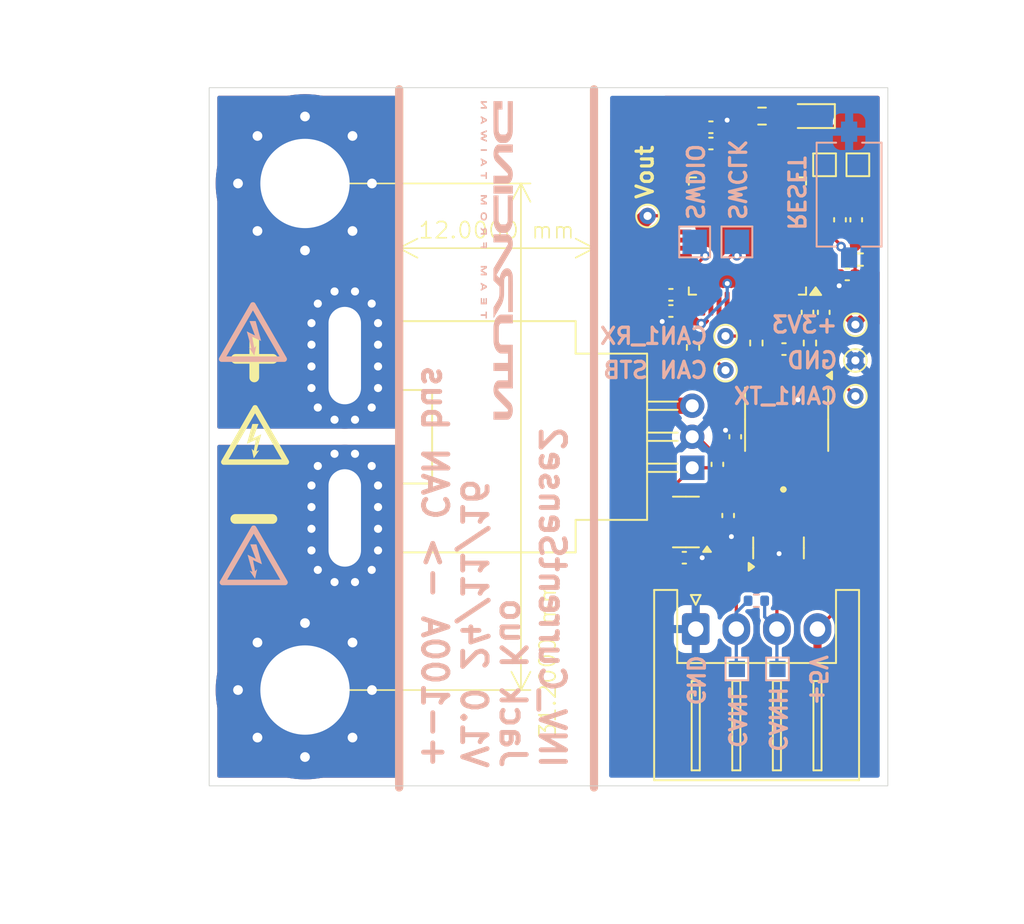
<source format=kicad_pcb>
(kicad_pcb (version 20240108) (generator "pcbnew") (generator_version "8.0")
  (title_block (title "INV_CurrentSense2") (date "2024-11-16") (rev "1") (company "NTURacing") (comment 1 "郭哲明 Jack Kuo") (comment 2 "Powertrain Group"))
  (layers (0 "F.Cu" signal) (31 "B.Cu" signal) (34 "B.Paste" user) (35 "F.Paste" user) (36 "B.SilkS" user "B.Silkscreen") (37 "F.SilkS" user "F.Silkscreen") (38 "B.Mask" user) (39 "F.Mask" user) (44 "Edge.Cuts" user))
  (net 0 "")
  (net 1 "+3V3")
  (net 2 "GND")
  (net 3 "+5V")
  (net 4 "Net-(D1-A)")
  (net 5 "/USART2_RX")
  (net 6 "/SWCLK")
  (net 7 "/SWDIO")
  (net 8 "/USART2_TX")
  (net 9 "/NRST")
  (net 10 "/LED")
  (net 11 "/CAN1_STB")
  (net 12 "/CAN1_RX")
  (net 13 "/CAN1_TX")
  (net 17 "/OSC_OUT")
  (net 23 "/OSC_IN")
  (net 27 "/BOOT0")
  (net 39 "/CAN1_L")
  (net 40 "/CAN1_H")
  (net 41 "Net-(U4-CANH)")
  (net 42 "Net-(U4-CANL)")
  (net 43 "Net-(U4-TXD)")
  (net 44 "Net-(U4-RXD)")
  (net 45 "Net-(U4-STB)")
  (net 47 "Net-(U1-VIOUT)")
  (net 51 "/IP+")
  (net 52 "/IP-")
  (footprint "Package_TO_SOT_SMD:SOT-23-3" (layer "F.Cu") (at 104.6625 76.65 180)
    (property "Reference" "U3" (hide yes))
    (property "Value" "XC6206PxxxMR")
  )
  (footprint "Capacitor_SMD:C_0402_1005Metric" (layer "F.Cu") (at 114.15 58.0375 -90)
    (property "Reference" "C5" (hide yes))
    (property "Value" "0u1")
  )
  (footprint "TestPoint:TestPoint_THTPad_D1.0mm_Drill0.5mm" (layer "F.Cu") (at 107.1 65.2 180)
    (property "Reference" "TP5" (hide yes))
    (property "Value" "CAN1_RX")
  )
  (footprint "Capacitor_SMD:C_0402_1005Metric" (layer "F.Cu") (at 104.5625 78.85 180)
    (property "Reference" "C9" (hide yes))
    (property "Value" "1u")
  )
  (footprint "Connector_JST:JST_XH_S4B-XH-A_1x04_P2.50mm_Horizontal" (layer "F.Cu") (at 105.265 83.245)
    (property "Reference" "J2" (hide yes))
    (property "Value" "5V&CAN")
  )
  (footprint "Capacitor_SMD:C_0402_1005Metric" (layer "F.Cu") (at 107.2625 76.25 90)
    (property "Reference" "C10" (hide yes))
    (property "Value" "1u")
  )
  (footprint "Capacitor_SMD:C_0402_1005Metric" (layer "F.Cu") (at 106.2 52.3375)
    (property "Reference" "C2" (hide yes))
    (property "Value" "10u 6V")
  )
  (footprint "MountingHole:MountingHole_5.5mm_Pad_Via" (layer "F.Cu") (at 81.2 87)
    (property "Reference" "H2" (hide yes))
    (property "Value" "IP+")
  )
  (footprint "Capacitor_SMD:C_0402_1005Metric" (layer "F.Cu") (at 103.735 62.655 180)
    (property "Reference" "C7" (hide yes))
    (property "Value" "0u1")
  )
  (footprint "Capacitor_SMD:C_0402_1005Metric" (layer "F.Cu") (at 114.6 61.4 180)
    (property "Reference" "C13" (hide yes))
    (property "Value" "0u1")
  )
  (footprint "Capacitor_SMD:C_0402_1005Metric" (layer "F.Cu") (at 113.15 63.7375 -90)
    (property "Reference" "C4" (hide yes))
    (property "Value" "10u 6V")
  )
  (footprint "Resistor_SMD:R_0402_1005Metric" (layer "F.Cu") (at 115.4125 60.4875 180)
    (property "Reference" "R1" (hide yes))
    (property "Value" "10k")
  )
  (footprint "TestPoint:TestPoint_THTPad_D1.0mm_Drill0.5mm" (layer "F.Cu") (at 115.1 64.5 180)
    (property "Reference" "TP11" (hide yes))
    (property "Value" "3V3")
  )
  (footprint "Resistor_SMD:R_0402_1005Metric" (layer "F.Cu") (at 112.3 65.624999 -90)
    (property "Reference" "R2" (hide yes))
    (property "Value" "100R")
  )
  (footprint "Resistor_SMD:R_0402_1005Metric" (layer "F.Cu") (at 109 65.624999 -90)
    (property "Reference" "R3" (hide yes))
    (property "Value" "100R")
  )
  (footprint "Capacitor_SMD:C_0402_1005Metric" (layer "F.Cu") (at 115.15 58.0375 -90)
    (property "Reference" "C1" (hide yes))
    (property "Value" "10u 6V")
  )
  (footprint "Capacitor_SMD:C_0402_1005Metric" (layer "F.Cu") (at 112.15 63.7375 -90)
    (property "Reference" "C8" (hide yes))
    (property "Value" "0u1")
  )
  (footprint "Package_SO:SOIC-8_3.9x4.9mm_P1.27mm" (layer "F.Cu") (at 110.865 70.325 -90)
    (property "Reference" "U4" (hide yes))
    (property "Value" "TCAN1042VDRQ1")
  )
  (footprint "TestPoint:TestPoint_THTPad_D1.0mm_Drill0.5mm" (layer "F.Cu") (at 115.1 66.7 180)
    (property "Reference" "TP12" (hide yes))
    (property "Value" "GND")
  )
  (footprint "TestPoint:TestPoint_THTPad_D1.0mm_Drill0.5mm" (layer "F.Cu") (at 107.1 67.3 180)
    (property "Reference" "TP2" (hide yes))
    (property "Value" "CAN1_STB")
  )
  (footprint "LED_SMD:LED_0603_1608Metric" (layer "F.Cu") (at 112.35 51.65 180)
    (property "Reference" "D1" (hide yes))
    (property "Value" "WHITE")
  )
  (footprint "TestPoint:TestPoint_THTPad_D1.0mm_Drill0.5mm" (layer "F.Cu") (at 115.1 68.9 180)
    (property "Reference" "TP6" (hide yes))
    (property "Value" "CAN1_TX")
  )
  (footprint "Package_QFP:LQFP-48_7x7mm_P0.5mm" (layer "F.Cu") (at 108.45 59.0375 180)
    (property "Reference" "U2" (hide yes))
    (property "Value" "STM32F103C8Tx")
  )
  (footprint "Capacitor_SMD:C_0402_1005Metric" (layer "F.Cu") (at 103.735 63.655 180)
    (property "Reference" "C3" (hide yes))
    (property "Value" "10u 6V")
  )
  (footprint "Resistor_SMD:R_0603_1608Metric" (layer "F.Cu") (at 109.35 51.65)
    (property "Reference" "R5" (hide yes))
    (property "Value" "1k")
  )
  (footprint "Capacitor_SMD:C_0402_1005Metric" (layer "F.Cu") (at 107.7 71.4 90)
    (property "Reference" "C12" (hide yes))
    (property "Value" "0u1")
  )
  (footprint "Capacitor_SMD:C_0402_1005Metric" (layer "F.Cu") (at 110.7 66)
    (property "Reference" "C11" (hide yes))
    (property "Value" "0u1")
  )
  (footprint "Capacitor_SMD:C_0402_1005Metric" (layer "F.Cu") (at 106.6 73.1 90)
    (property "Reference" "C14" (hide yes))
    (property "Value" "10u 6V")
  )
  (footprint "SamacSys_Parts_EP6:EXCX4CE900U" (layer "F.Cu") (at 110.465 75.345 180)
    (property "Reference" "FL1" (hide yes))
    (property "Value" "EXC-X4CE900U" (hide yes))
  )
  (footprint "Capacitor_SMD:C_0402_1005Metric" (layer "F.Cu") (at 106.2 53.3375)
    (property "Reference" "C6" (hide yes))
    (property "Value" "0u1")
  )
  (footprint "TestPoint:TestPoint_Pad_1.0x1.0mm" (layer "F.Cu") (at 115.25 54.65)
    (property "Reference" "TP9" (hide yes))
    (property "Value" "TX")
  )
  (footprint "Package_TO_SOT_SMD:SOT-23" (layer "F.Cu") (at 110.365 78.245 90)
    (property "Reference" "D2" (hide yes))
    (property "Value" "NUP2105L")
  )
  (footprint "TestPoint:TestPoint_THTPad_D1.0mm_Drill0.5mm" (layer "F.Cu") (at 102.3 57.8)
    (property "Reference" "TP1" (hide yes))
    (property "Value" "Vout")
  )
  (footprint "MountingHole:MountingHole_5.5mm_Pad_Via" (layer "F.Cu") (at 81.2 55.8)
    (property "Reference" "H1" (hide yes))
    (property "Value" "IP+")
  )
  (footprint "TestPoint:TestPoint_Pad_1.0x1.0mm" (layer "F.Cu") (at 113.2 54.65)
    (property "Reference" "TP10" (hide yes))
    (property "Value" "RX")
  )
  (footprint "Resistor_SMD:R_0402_1005Metric" (layer "F.Cu") (at 105.1 65.9 -90)
    (property "Reference" "R4" (hide yes))
    (property "Value" "100R")
  )
  (footprint "nturt_kicad_lib_EP6:Allegro_CB_PFF" (layer "F.Cu") (at 105.05 73.31 90)
    (property "Reference" "U1" (hide yes))
    (property "Value" "ACS756xCB-100B-PFF")
  )
  (footprint "Resistor_SMD:R_0402_1005Metric" (layer "B.Cu") (at 109 81.5 180)
    (property "Reference" "R6" (hide yes))
    (property "Value" "120R")
  )
  (footprint "TestPoint:TestPoint_Pad_1.0x1.0mm" (layer "B.Cu") (at 107.8 85.7 180)
    (property "Reference" "TP4" (hide yes))
    (property "Value" "CANL")
  )
  (footprint "TestPoint:TestPoint_Pad_1.5x1.5mm" (layer "B.Cu") (at 107.8 59.4 180)
    (property "Reference" "TP8" (hide yes))
    (property "Value" "SWCLK")
  )
  (footprint "TestPoint:TestPoint_Pad_1.5x1.5mm" (layer "B.Cu") (at 105.2 59.4 180)
    (property "Reference" "TP7" (hide yes))
    (property "Value" "SWDIO")
  )
  (footprint "TestPoint:TestPoint_Pad_1.0x1.0mm" (layer "B.Cu") (at 110.3 85.7 180)
    (property "Reference" "TP3" (hide yes))
    (property "Value" "CANH")
  )
  (footprint "Button_Switch_SMD:SW_Tactile_SPST_NO_Straight_CK_PTS636Sx25SMTRLFS" (layer "B.Cu") (at 114.7125 56.4875 -90)
    (property "Reference" "SW1" (hide yes))
    (property "Value" "RESET")
  )
  (gr_poly (pts (xy 92.31983 62.857731) (xy 92.31983 63.131839) (xy 92.290726 63.133956) (xy 92.261622 63.135543) (xy 92.261622 62.873606) (xy 92.176955 62.873606) (xy 92.176955 63.132897) (xy 92.147851 63.132897) (xy 92.14197 63.132921) (xy 92.136325 63.132988) (xy 92.131052 63.133093) (xy 92.126288 63.133228) (xy 92.122168 63.133388) (xy 92.11883 63.133567) (xy 92.116409 63.133758) (xy 92.115586 63.133857) (xy 92.115043 63.133956) (xy 92.114547 63.133422) (xy 92.114053 63.131471) (xy 92.113075 63.123604) (xy 92.112122 63.110925) (xy 92.111206 63.094004) (xy 92.109536 63.049719) (xy 92.108163 62.995315) (xy 92.105518 62.855085) (xy 92.026143 62.855085) (xy 92.024555 63.04929) (xy 92.023497 63.244023) (xy 92.404497 63.244023) (xy 92.404497 62.857731)) (stroke (width -0.000001)) (fill solid) (layer "B.SilkS"))
  (gr_poly (pts (xy 78.169333 78.915333) (xy 77.661333 78.661333) (xy 77.957667 79.719649) (xy 77.787314 79.643114) (xy 78.127 80.143) (xy 78.254 79.550333) (xy 78.127 79.677333) (xy 78 79) (xy 78.550333 79.254) (xy 78.211667 78.026333) (xy 77.830667 78.026333)) (stroke (width -0.000001)) (fill solid) (layer "B.SilkS"))
  (gr_poly (pts (xy 93.68508 50.729231) (xy 93.684022 51.661623) (xy 93.682434 52.594545) (xy 93.670263 52.628939) (xy 93.664836 52.643248) (xy 93.659263 52.656811) (xy 93.653534 52.669641) (xy 93.647642 52.681749) (xy 93.641575 52.693147) (xy 93.635326 52.703847) (xy 93.628885 52.71386) (xy 93.622242 52.723198) (xy 93.615388 52.731872) (xy 93.608314 52.739894) (xy 93.60101 52.747276) (xy 93.593468 52.75403) (xy 93.585678 52.760166) (xy 93.57763 52.765697) (xy 93.569316 52.770635) (xy 93.560726 52.77499) (xy 93.551848 52.77903) (xy 93.547589 52.780681) (xy 93.543181 52.782109) (xy 93.538418 52.783329) (xy 93.5331 52.784357) (xy 93.527021 52.78521) (xy 93.51998 52.785904) (xy 93.502197 52.786881) (xy 93.478126 52.787417) (xy 93.404622 52.78769) (xy 93.364734 52.787625) (xy 93.348106 52.787526) (xy 93.333465 52.787368) (xy 93.320641 52.787138) (xy 93.309465 52.786825) (xy 93.299767 52.786418) (xy 93.29138 52.785904) (xy 93.284134 52.785273) (xy 93.277859 52.784512) (xy 93.272388 52.78361) (xy 93.267551 52.782555) (xy 93.263179 52.781337) (xy 93.259103 52.779942) (xy 93.255154 52.778359) (xy 93.251163 52.776577) (xy 93.238337 52.770036) (xy 93.226064 52.762147) (xy 93.214367 52.752953) (xy 93.203266 52.742496) (xy 93.192781 52.730816) (xy 93.182935 52.717958) (xy 93.173748 52.703961) (xy 93.16524 52.688868) (xy 93.157433 52.672721) (xy 93.150348 52.655561) (xy 93.144005 52.637432) (xy 93.138426 52.618373) (xy 93.133631 52.598428) (xy 93.129642 52.577638) (xy 93.126479 52.556044) (xy 93.124163 52.53369) (xy 93.12222 52.462294) (xy 93.120525 52.312564) (xy 93.118872 51.860061) (xy 93.118872 51.247815) (xy 93.362288 51.247815) (xy 93.362288 50.729231) (xy 92.806663 50.729231) (xy 92.807193 51.637812) (xy 92.809045 52.296888) (xy 92.810616 52.510688) (xy 92.812484 52.605128) (xy 92.814917 52.631312) (xy 92.817859 52.657135) (xy 92.821321 52.682686) (xy 92.825317 52.70805) (xy 92.829858 52.733316) (xy 92.834957 52.758568) (xy 92.840627 52.783896) (xy 92.84688 52.809384) (xy 92.859087 52.854255) (xy 92.872846 52.897533) (xy 92.888101 52.939138) (xy 92.904791 52.978991) (xy 92.922857 53.017011) (xy 92.942242 53.053119) (xy 92.962885 53.087235) (xy 92.984728 53.119278) (xy 93.007712 53.14917) (xy 93.031778 53.176831) (xy 93.044199 53.189799) (xy 93.056868 53.202179) (xy 93.069778 53.213962) (xy 93.082921 53.225137) (xy 93.096291 53.235694) (xy 93.10988 53.245623) (xy 93.123681 53.254915) (xy 93.137686 53.263559) (xy 93.151888 53.271545) (xy 93.166279 53.278863) (xy 93.180853 53.285504) (xy 93.195601 53.291457) (xy 93.206362 53.295322) (xy 93.217098 53.29827) (xy 93.230017 53.300423) (xy 93.247327 53.301908) (xy 93.271235 53.302846) (xy 93.303948 53.303363) (xy 93.404622 53.303628) (xy 93.461569 53.303583) (xy 93.505296 53.303363) (xy 93.522891 53.30315) (xy 93.538009 53.302846) (xy 93.550925 53.302437) (xy 93.561916 53.301908) (xy 93.571258 53.301242) (xy 93.579226 53.300423) (xy 93.582781 53.299953) (xy 93.586096 53.299438) (xy 93.589206 53.298878) (xy 93.592145 53.29827) (xy 93.597648 53.296903) (xy 93.602881 53.295322) (xy 93.608121 53.293512) (xy 93.613642 53.291457) (xy 93.651135 53.27479) (xy 93.687338 53.253697) (xy 93.722142 53.228376) (xy 93.755434 53.199026) (xy 93.787105 53.165847) (xy 93.817044 53.129039) (xy 93.845139 53.088799) (xy 93.87128 53.045328) (xy 93.895357 52.998825) (xy 93.917257 52.949488) (xy 93.936871 52.897518) (xy 93.954087 52.843113) (xy 93.968795 52.786472) (xy 93.980883 52.727795) (xy 93.990242 52.667281) (xy 93.996759 52.605128) (xy 94 52.299998) (xy 94.002051 51.640457) (xy 94.00258 50.729231)) (stroke (width -0.000001)) (fill solid) (layer "B.SilkS"))
  (gr_poly (pts (xy 92.31983 63.693814) (xy 92.31983 63.852564) (xy 92.023497 63.852564) (xy 92.023497 63.958398) (xy 92.31983 63.958398) (xy 92.31983 64.117148) (xy 92.404497 64.117148) (xy 92.404497 63.693814)) (stroke (width -0.000001)) (fill solid) (layer "B.SilkS"))
  (gr_poly (pts (xy 92.403438 57.024727) (xy 92.401851 56.954878) (xy 92.263209 56.880795) (xy 92.209094 56.851839) (xy 92.164851 56.827745) (xy 92.147842 56.818297) (xy 92.134994 56.810993) (xy 92.126871 56.806146) (xy 92.124758 56.80474) (xy 92.124039 56.804065) (xy 92.126583 56.80215) (xy 92.133878 56.797781) (xy 92.160683 56.782766) (xy 92.200387 56.761202) (xy 92.248922 56.735274) (xy 92.341658 56.685796) (xy 92.389151 56.660133) (xy 92.404497 56.650606) (xy 92.404497 56.513024) (xy 92.022968 56.513024) (xy 92.024555 56.564352) (xy 92.026143 56.616211) (xy 92.149968 56.61727) (xy 92.197981 56.617757) (xy 92.237611 56.618394) (xy 92.252964 56.618753) (xy 92.26464 56.61913) (xy 92.272111 56.61952) (xy 92.274106 56.619717) (xy 92.274851 56.619915) (xy 92.274397 56.620449) (xy 92.272679 56.621632) (xy 92.265706 56.62581) (xy 92.239397 56.640486) (xy 92.199991 56.661809) (xy 92.151555 56.687648) (xy 92.026143 56.753795) (xy 92.026143 56.854336) (xy 92.153143 56.92154) (xy 92.172145 56.931718) (xy 92.189123 56.940859) (xy 92.204162 56.949013) (xy 92.217346 56.956233) (xy 92.228759 56.962574) (xy 92.238486 56.968086) (xy 92.242744 56.970548) (xy 92.246612 56.972823) (xy 92.250101 56.974918) (xy 92.253221 56.976838) (xy 92.255984 56.978591) (xy 92.258398 56.980183) (xy 92.260476 56.981621) (xy 92.262227 56.982911) (xy 92.263662 56.98406) (xy 92.264792 56.985074) (xy 92.265627 56.985961) (xy 92.265937 56.986359) (xy 92.266178 56.986727) (xy 92.26635 56.987066) (xy 92.266455 56.987377) (xy 92.266494 56.987662) (xy 92.266469 56.98792) (xy 92.266381 56.988152) (xy 92.266231 56.988361) (xy 92.266021 56.988545) (xy 92.265751 56.988707) (xy 92.265423 56.988846) (xy 92.265039 56.988964) (xy 92.264107 56.98914) (xy 92.262964 56.989241) (xy 92.261622 56.989273) (xy 92.216775 56.98967) (xy 92.134622 56.990861) (xy 92.026143 56.991919) (xy 92.024555 57.043248) (xy 92.022968 57.095106) (xy 92.405026 57.095106)) (stroke (width -0.000001)) (fill solid) (layer "B.SilkS"))
  (gr_poly (pts (xy 92.412732 57.820215) (xy 92.412434 57.809481) (xy 92.41107 57.788551) (xy 92.408958 57.768615) (xy 92.40762 57.759018) (xy 92.406095 57.749666) (xy 92.404382 57.740558) (xy 92.402479 57.731694) (xy 92.400388 57.723071) (xy 92.398107 57.714689) (xy 92.395636 57.706546) (xy 92.392975 57.698641) (xy 92.390123 57.690974) (xy 92.38708 57.683543) (xy 92.383846 57.676347) (xy 92.38042 57.669384) (xy 92.376801 57.662654) (xy 92.37299 57.656156) (xy 92.368986 57.649887) (xy 92.364789 57.643848) (xy 92.360397 57.638036) (xy 92.355812 57.632452) (xy 92.351032 57.627093) (xy 92.346057 57.621958) (xy 92.340887 57.617046) (xy 92.335521 57.612357) (xy 92.329959 57.607888) (xy 92.3242 57.60364) (xy 92.318244 57.599609) (xy 92.312092 57.595797) (xy 92.305741 57.5922) (xy 92.299193 57.588819) (xy 92.289976 57.584384) (xy 92.285768 57.582539) (xy 92.281714 57.580923) (xy 92.277728 57.579521) (xy 92.273724 57.578317) (xy 92.269619 57.577299) (xy 92.265326 57.57645) (xy 92.26076 57.575756) (xy 92.255836 57.575202) (xy 92.250469 57.574774) (xy 92.244573 57.574457) (xy 92.230854 57.574096) (xy 92.213997 57.574002) (xy 92.198169 57.574112) (xy 92.191247 57.57426) (xy 92.184909 57.574482) (xy 92.179099 57.574784) (xy 92.173757 57.575174) (xy 92.168829 57.575661) (xy 92.164255 57.576251) (xy 92.159979 57.576953) (xy 92.155944 57.577774) (xy 92.152091 57.578723) (xy 92.148364 57.579806) (xy 92.144705 57.581032) (xy 92.141057 57.582409) (xy 92.137362 57.583943) (xy 92.133563 57.585644) (xy 92.119338 57.592918) (xy 92.10603 57.601245) (xy 92.09364 57.610625) (xy 92.082168 57.621057) (xy 92.071614 57.63254) (xy 92.061977 57.645073) (xy 92.053258 57.658656) (xy 92.045457 57.673287) (xy 92.038574 57.688967) (xy 92.032608 57.705694) (xy 92.027561 57.723467) (xy 92.023431 57.742286) (xy 92.020218 57.762149) (xy 92.017924 57.783057) (xy 92.016547 57.805008) (xy 92.016088 57.828002) (xy 92.016276 57.842727) (xy 92.016837 57.857034) (xy 92.017771 57.870922) (xy 92.019076 57.884389) (xy 92.020752 57.897434) (xy 92.022796 57.910055) (xy 92.025208 57.92225) (xy 92.027986 57.934017) (xy 92.03113 57.945355) (xy 92.034637 57.956262) (xy 92.038507 57.966735) (xy 92.042738 57.976775) (xy 92.047329 57.986377) (xy 92.052279 57.995542) (xy 92.057587 58.004266) (xy 92.063251 58.012549) (xy 92.069269 58.020389) (xy 92.075642 58.027783) (xy 92.082367 58.034731) (xy 92.089443 58.04123) (xy 92.09687 58.047278) (xy 92.104645 58.052875) (xy 92.112767 58.058017) (xy 92.121236 58.062704) (xy 92.130049 58.066934) (xy 92.139207 58.070705) (xy 92.148706 58.074014) (xy 92.158547 58.076862) (xy 92.168728 58.079245) (xy 92.179247 58.081161) (xy 92.190104 58.082611) (xy 92.201297 58.08359) (xy 92.211755 58.084012) (xy 92.213468 58.084009) (xy 92.213468 57.978815) (xy 92.206233 57.978637) (xy 92.199214 57.978106) (xy 92.192413 57.977224) (xy 92.185831 57.975995) (xy 92.179472 57.974421) (xy 92.173335 57.972505) (xy 92.167425 57.970251) (xy 92.161742 57.967661) (xy 92.156288 57.964739) (xy 92.151066 57.961487) (xy 92.146077 57.957909) (xy 92.141323 57.954007) (xy 92.136807 57.949785) (xy 92.13253 57.945245) (xy 92.128493 57.940391) (xy 92.1247 57.935225) (xy 92.121152 57.929751) (xy 92.11785 57.923971) (xy 92.114798 57.917888) (xy 92.111996 57.911506) (xy 92.109447 57.904828) (xy 92.107152 57.897856) (xy 92.103335 57.883044) (xy 92.100559 57.867093) (xy 92.098841 57.850029) (xy 92.098196 57.831875) (xy 92.098639 57.812655) (xy 92.100004 57.795955) (xy 92.100968 57.788025) (xy 92.10212 57.780376) (xy 92.103461 57.773004) (xy 92.104992 57.765911) (xy 92.106713 57.759095) (xy 92.108627 57.752554) (xy 92.110732 57.746289) (xy 92.11303 57.740298) (xy 92.115523 57.734581) (xy 92.11821 57.729136) (xy 92.121092 57.723962) (xy 92.12417 57.71906) (xy 92.127445 57.714427) (xy 92.130918 57.710064) (xy 92.134589 57.705969) (xy 92.138459 57.702141) (xy 92.14253 57.698579) (xy 92.146801 57.695284) (xy 92.151274 57.692253) (xy 92.155949 57.689485) (xy 92.160827 57.686981) (xy 92.165909 57.684739) (xy 92.171195 57.682758) (xy 92.176688 57.681037) (xy 92.182386 57.679576) (xy 92.188291 57.678373) (xy 92.194404 57.677429) (xy 92.200725 57.676741) (xy 92.207256 57.676309) (xy 92.213997 57.676132) (xy 92.222922 57.676362) (xy 92.231448 57.677058) (xy 92.235564 57.677582) (xy 92.239585 57.678225) (xy 92.24351 57.678987) (xy 92.247343 57.679869) (xy 92.251083 57.680872) (xy 92.254731 57.681997) (xy 92.258291 57.683244) (xy 92.261761 57.684615) (xy 92.265145 57.686109) (xy 92.268442 57.687729) (xy 92.271655 57.689474) (xy 92.274785 57.691345) (xy 92.277832 57.693343) (xy 92.280799 57.69547) (xy 92.283685 57.697725) (xy 92.286494 57.700109) (xy 92.289225 57.702624) (xy 92.29188 57.70527) (xy 92.294461 57.708047) (xy 92.296968 57.710957) (xy 92.299404 57.714) (xy 92.301768 57.717178) (xy 92.304063 57.72049) (xy 92.30629 57.723938) (xy 92.310543 57.731244) (xy 92.314538 57.739102) (xy 92.317557 57.746297) (xy 92.32026 57.754494) (xy 92.32264 57.763555) (xy 92.324692 57.773341) (xy 92.326409 57.783712) (xy 92.327784 57.794531) (xy 92.328813 57.805659) (xy 92.329488 57.816956) (xy 92.329803 57.828284) (xy 92.329752 57.839504) (xy 92.32933 57.850478) (xy 92.328529 57.861067) (xy 92.327343 57.871132) (xy 92.325767 57.880534) (xy 92.323794 57.889134) (xy 92.321418 57.896794) (xy 92.317397 57.907046) (xy 92.313068 57.916575) (xy 92.308417 57.925389) (xy 92.303434 57.933497) (xy 92.298107 57.940907) (xy 92.295311 57.944353) (xy 92.292424 57.947628) (xy 92.289446 57.950733) (xy 92.286374 57.953669) (xy 92.283207 57.956437) (xy 92.279944 57.959037) (xy 92.276584 57.961472) (xy 92.273124 57.963743) (xy 92.269564 57.965849) (xy 92.265902 57.967793) (xy 92.262136 57.969575) (xy 92.258265 57.971196) (xy 92.254288 57.972658) (xy 92.250204 57.973962) (xy 92.246009 57.975108) (xy 92.241704 57.976098) (xy 92.232757 57.977613) (xy 92.223348 57.978516) (xy 92.213468 57.978815) (xy 92.213468 58.084009) (xy 92.221992 58.083991) (xy 92.232005 58.08353) (xy 92.241791 58.082632) (xy 92.251345 58.0813) (xy 92.260665 58.079538) (xy 92.269748 58.077348) (xy 92.278588 58.074734) (xy 92.287184 58.0717) (xy 92.295532 58.068248) (xy 92.303627 58.064381) (xy 92.311467 58.060103) (xy 92.319048 58.055417) (xy 92.326367 58.050325) (xy 92.33342 58.044833) (xy 92.340203 58.038941) (xy 92.346714 58.032655) (xy 92.352948 58.025976) (xy 92.358903 58.018908) (xy 92.364574 58.011455) (xy 92.369958 58.003619) (xy 92.375052 57.995403) (xy 92.379853 57.986812) (xy 92.384356 57.977847) (xy 92.388558 57.968513) (xy 92.392456 57.958813) (xy 92.396046 57.948749) (xy 92.399325 57.938324) (xy 92.40229 57.927543) (xy 92.404936 57.916408) (xy 92.40926 57.89309) (xy 92.410351 57.885309) (xy 92.411244 57.876082) (xy 92.411938 57.865752) (xy 92.412434 57.854659) (xy 92.412732 57.843145) (xy 92.412831 57.831549)) (stroke (width -0.000001)) (fill solid) (layer "B.SilkS"))
  (gr_poly (pts (xy 92.31983 55.100149) (xy 92.31983 55.258898) (xy 92.022968 55.258898) (xy 92.024555 55.310228) (xy 92.026143 55.362085) (xy 92.173251 55.363673) (xy 92.31983 55.364731) (xy 92.31983 55.523482) (xy 92.404497 55.523482) (xy 92.404497 55.100149)) (stroke (width -0.000001)) (fill solid) (layer "B.SilkS"))
  (gr_poly (pts (xy 94.002051 55.930941) (xy 92.806663 55.930941) (xy 92.806663 56.428356) (xy 93.400918 56.428356) (xy 93.632097 56.428075) (xy 93.822002 56.427298) (xy 93.950986 56.426124) (xy 93.986494 56.42542) (xy 93.999405 56.424654) (xy 93.999997 56.418893) (xy 94.000571 56.403874) (xy 94.001588 56.350106) (xy 94.002307 56.271434) (xy 94.00258 56.175945)) (stroke (width -0.000001)) (fill solid) (layer "B.SilkS"))
  (gr_poly (pts (xy 92.403438 53.741248) (xy 92.401851 53.689918) (xy 92.026143 53.689918) (xy 92.024555 53.741248) (xy 92.022968 53.793108) (xy 92.405026 53.793108)) (stroke (width -0.000001)) (fill solid) (layer "B.SilkS"))
  (gr_line (start 99 50) (end 99 93) (stroke (width 0.5)) (layer "B.SilkS"))
  (gr_poly (pts (xy 78.119 65.161333) (xy 77.611 64.907333) (xy 77.907334 65.965649) (xy 77.736981 65.889114) (xy 78.076667 66.389) (xy 78.203667 65.796333) (xy 78.076667 65.923333) (xy 77.949667 65.246) (xy 78.5 65.5) (xy 78.161334 64.272333) (xy 77.780334 64.272333)) (stroke (width -0.000001)) (fill solid) (layer "B.SilkS"))
  (gr_poly (pts (xy 93.999934 56.536835) (xy 93.687726 56.536835) (xy 93.686668 57.315768) (xy 93.686141 57.598584) (xy 93.685841 57.711915) (xy 93.685436 57.80853) (xy 93.684866 57.88993) (xy 93.684072 57.957617) (xy 93.682995 58.013093) (xy 93.682331 58.036721) (xy 93.681574 58.057858) (xy 93.680716 58.076694) (xy 93.67975 58.093415) (xy 93.678669 58.108209) (xy 93.677464 58.121264) (xy 93.676128 58.132768) (xy 93.674655 58.142908) (xy 93.673036 58.151872) (xy 93.671264 58.159847) (xy 93.669331 58.167022) (xy 93.667231 58.173584) (xy 93.664955 58.17972) (xy 93.662496 58.185619) (xy 93.657001 58.197454) (xy 93.650684 58.21059) (xy 93.646154 58.219927) (xy 93.641675 58.228706) (xy 93.637226 58.236951) (xy 93.632783 58.244688) (xy 93.628326 58.251941) (xy 93.62383 58.258736) (xy 93.619274 58.265096) (xy 93.614635 58.271047) (xy 93.60989 58.276614) (xy 93.605018 58.281821) (xy 93.599995 58.286693) (xy 93.594799 58.291255) (xy 93.589408 58.295531) (xy 93.583799 58.299548) (xy 93.57795 58.303328) (xy 93.571838 58.306898) (xy 93.544851 58.322773) (xy 93.40568 58.322773) (xy 93.364588 58.322712) (xy 93.331837 58.322484) (xy 93.318234 58.322286) (xy 93.306291 58.32202) (xy 93.295865 58.321678) (xy 93.286816 58.321252) (xy 93.279001 58.320733) (xy 93.272277 58.320112) (xy 93.266504 58.319381) (xy 93.26154 58.318532) (xy 93.257242 58.317555) (xy 93.253469 58.316443) (xy 93.250079 58.315187) (xy 93.24693 58.313777) (xy 93.240979 58.310661) (xy 93.235041 58.307074) (xy 93.22913 58.303031) (xy 93.223258 58.298547) (xy 93.217439 58.293635) (xy 93.211686 58.288309) (xy 93.206011 58.282583) (xy 93.200429 58.276471) (xy 93.194953 58.269987) (xy 93.189595 58.263144) (xy 93.184369 58.255958) (xy 93.179288 58.248441) (xy 93.174364 58.240608) (xy 93.169613 58.232473) (xy 93.165045 58.22405) (xy 93.160676 58.215352) (xy 93.147184 58.187832) (xy 93.137277 58.161484) (xy 93.130371 58.12359) (xy 93.125883 58.06143) (xy 93.123231 57.962287) (xy 93.121832 57.813441) (xy 93.120459 57.315768) (xy 93.118342 56.534189) (xy 92.806134 56.534189) (xy 92.808251 57.342227) (xy 92.809532 57.769992) (xy 92.810344 57.914881) (xy 92.81136 58.022339) (xy 92.812649 58.098791) (xy 92.814278 58.150662) (xy 92.815243 58.169387) (xy 92.816318 58.184376) (xy 92.817512 58.196431) (xy 92.818834 58.206357) (xy 92.826182 58.250303) (xy 92.834531 58.292841) (xy 92.843879 58.333964) (xy 92.854222 58.373664) (xy 92.865557 58.411935) (xy 92.877882 58.44877) (xy 92.891192 58.484161) (xy 92.905485 58.518102) (xy 92.920758 58.550585) (xy 92.937008 58.581605) (xy 92.954231 58.611153) (xy 92.972425 58.639223) (xy 92.991586 58.665807) (xy 93.011711 58.6909) (xy 93.032798 58.714493) (xy 93.054843 58.736581) (xy 93.064569 58.745603) (xy 93.073942 58.754039) (xy 93.083018 58.761923) (xy 93.091851 58.76929) (xy 93.100499 58.776173) (xy 93.109016 58.782606) (xy 93.117459 58.788624) (xy 93.125883 58.79426) (xy 93.134345 58.799549) (xy 93.142899 58.804525) (xy 93.151603 58.809222) (xy 93.16051 58.813674) (xy 93.169679 58.817915) (xy 93.179164 58.82198) (xy 93.18902 58.825901) (xy 93.199305 58.829715) (xy 93.237934 58.844002) (xy 93.571309 58.844002) (xy 93.609938 58.829715) (xy 93.61845 58.826462) (xy 93.627533 58.822745) (xy 93.636913 58.818692) (xy 93.646319 58.814435) (xy 93.655476 58.810104) (xy 93.664112 58.805828) (xy 93.671954 58.801738) (xy 93.67873 58.797965) (xy 93.687403 58.792536) (xy 93.696865 58.785859) (xy 93.70699 58.778065) (xy 93.717649 58.769282) (xy 93.728713 58.759641) (xy 93.740057 58.74927) (xy 93.75155 58.738299) (xy 93.763066 58.726858) (xy 93.774477 58.715076) (xy 93.785654 58.703082) (xy 93.79647 58.691005) (xy 93.806797 58.678977) (xy 93.816506 58.667125) (xy 93.825471 58.655579) (xy 93.833564 58.644469) (xy 93.840655 58.633924) (xy 93.857001 58.607682) (xy 93.872501 58.580557) (xy 93.887153 58.55256) (xy 93.900955 58.5237) (xy 93.913904 58.493987) (xy 93.925999 58.463431) (xy 93.937236 58.432043) (xy 93.947613 58.399833) (xy 93.957128 58.36681) (xy 93.965779 58.332985) (xy 93.973564 58.298368) (xy 93.980479 58.262969) (xy 93.986523 58.226797) (xy 93.991694 58.189864) (xy 93.995988 58.152179) (xy 93.999405 58.113752) (xy 94.000463 57.314711)) (stroke (width -0.000001)) (fill solid) (layer "B.SilkS"))
  (gr_poly (pts (xy 77.971646 63.11247) (xy 77.961427 63.113419) (xy 77.951278 63.11504) (xy 77.941228 63.117353) (xy 77.931309 63.120376) (xy 77.926408 63.12216) (xy 77.921551 63.124129) (xy 77.916741 63.126286) (xy 77.911983 63.128632) (xy 77.90728 63.13117) (xy 77.902637 63.133903) (xy 77.898056 63.136833) (xy 77.893542 63.139961) (xy 77.889098 63.143292) (xy 77.884729 63.146827) (xy 77.880437 63.150568) (xy 77.876228 63.154518) (xy 77.872104 63.158679) (xy 77.868069 63.163054) (xy 77.864128 63.167645) (xy 77.860283 63.172455) (xy 77.856539 63.177486) (xy 77.8529 63.18274) (xy 77.849369 63.188219) (xy 77.84595 63.193927) (xy 75.917314 66.534344) (xy 75.917293 66.534355) (xy 75.917282 66.53436) (xy 75.917272 66.534365) (xy 75.911686 66.54487) (xy 75.906936 66.555533) (xy 75.903003 66.566323) (xy 75.899868 66.577207) (xy 75.897514 66.588152) (xy 75.895924 66.599128) (xy 75.895078 66.610101) (xy 75.89496 66.621039) (xy 75.895551 66.63191) (xy 75.896832 66.642681) (xy 75.898787 66.65332) (xy 75.901398 66.663796) (xy 75.904645 66.674075) (xy 75.908512 66.684126) (xy 75.91298 66.693916) (xy 75.918032 66.703413) (xy 75.923649 66.712584) (xy 75.929813 66.721398) (xy 75.936507 66.729822) (xy 75.943712 66.737824) (xy 75.951411 66.745371) (xy 75.959586 66.752432) (xy 75.968218 66.758973) (xy 75.97729 66.764964) (xy 75.986783 66.77037) (xy 75.996681 66.775161) (xy 76.006964 66.779304) (xy 76.017615 66.782766) (xy 76.028615 66.785516) (xy 76.039948 66.787521) (xy 76.051595 66.788748) (xy 76.063537 66.789166) (xy 79.920809 66.789166) (xy 79.932748 66.788751) (xy 79.944391 66.787525) (xy 79.955721 66.785522) (xy 79.96672 66.782774) (xy 79.977368 66.779313) (xy 79.98765 66.775171) (xy 79.997546 66.770381) (xy 80.007038 66.764975) (xy 80.016109 66.758985) (xy 80.024741 66.752443) (xy 80.032915 66.745383) (xy 80.040613 66.737835) (xy 80.047819 66.729833) (xy 80.054512 66.721409) (xy 80.060677 66.712594) (xy 80.066294 66.703422) (xy 80.071345 66.693924) (xy 80.075813 66.684133) (xy 80.07968 66.674082) (xy 80.082927 66.663802) (xy 80.085537 66.653325) (xy 80.087492 66.642685) (xy 80.088773 66.631913) (xy 80.089363 66.621041) (xy 80.089243 66.610102) (xy 80.088396 66.599129) (xy 80.086804 66.588153) (xy 80.084448 66.577207) (xy 80.081311 66.566323) (xy 80.077375 66.555533) (xy 80.072621 66.54487) (xy 80.067032 66.534365) (xy 80.018585 66.450454) (xy 79.627443 66.450454) (xy 76.35684 66.450454) (xy 77.992142 63.618072) (xy 79.627443 66.450454) (xy 80.018585 66.450454) (xy 78.138396 63.193913) (xy 78.131446 63.182728) (xy 78.124062 63.172447) (xy 78.116274 63.163049) (xy 78.108113 63.154516) (xy 78.09961 63.146828) (xy 78.090794 63.139965) (xy 78.081697 63.133909) (xy 78.072349 63.128641) (xy 78.06278 63.12414) (xy 78.05302 63.120388) (xy 78.043101 63.117365) (xy 78.033053 63.115052) (xy 78.022905 63.113429) (xy 78.012689 63.112478) (xy 78.002435 63.112179) (xy 77.992173 63.112513) (xy 77.981905 63.112174)) (stroke (width -0.000001)) (fill solid) (layer "B.SilkS"))
  (gr_poly (pts (xy 92.31983 59.42344) (xy 92.31983 59.682732) (xy 92.25633 59.682732) (xy 92.25633 59.435611) (xy 92.216643 59.434551) (xy 92.176955 59.433493) (xy 92.176955 59.682732) (xy 92.022968 59.682732) (xy 92.024555 59.734061) (xy 92.026143 59.785919) (xy 92.208705 59.787506) (xy 92.280192 59.787704) (xy 92.339674 59.787506) (xy 92.380899 59.786911) (xy 92.392713 59.786465) (xy 92.396078 59.786204) (xy 92.397618 59.785919) (xy 92.398567 59.785142) (xy 92.399433 59.783348) (xy 92.400925 59.776369) (xy 92.40212 59.764292) (xy 92.403042 59.74643) (xy 92.403716 59.722093) (xy 92.404166 59.690594) (xy 92.404497 59.603356) (xy 92.404497 59.42344)) (stroke (width -0.000001)) (fill solid) (layer "B.SilkS"))
  (gr_poly (pts (xy 93.561784 53.396232) (xy 93.434444 53.396291) (xy 93.332944 53.396505) (xy 93.254203 53.39693) (xy 93.195138 53.397621) (xy 93.152667 53.398635) (xy 93.136692 53.39928) (xy 93.123709 53.400027) (xy 93.113334 53.400883) (xy 93.105181 53.401853) (xy 93.098865 53.402947) (xy 93.094001 53.40417) (xy 93.077981 53.40958) (xy 93.062277 53.416165) (xy 93.046902 53.423895) (xy 93.031871 53.432738) (xy 93.002902 53.453643) (xy 92.975484 53.478633) (xy 92.949735 53.507461) (xy 92.925769 53.539882) (xy 92.903705 53.575648) (xy 92.883657 53.614513) (xy 92.865743 53.65623) (xy 92.850078 53.700554) (xy 92.836779 53.747237) (xy 92.825961 53.796034) (xy 92.817743 53.846697) (xy 92.812238 53.89898) (xy 92.809565 53.952636) (xy 92.809838 54.00742) (xy 92.81106 54.034074) (xy 92.812943 54.060265) (xy 92.815489 54.086001) (xy 92.818702 54.111293) (xy 92.822584 54.136147) (xy 92.82714 54.160572) (xy 92.832371 54.184577) (xy 92.838281 54.208171) (xy 92.844873 54.231362) (xy 92.852151 54.254158) (xy 92.860117 54.276568) (xy 92.868774 54.298601) (xy 92.878126 54.320265) (xy 92.888176 54.341569) (xy 92.898926 54.36252) (xy 92.91038 54.383128) (xy 92.920081 54.398139) (xy 92.934705 54.416895) (xy 92.95754 54.442845) (xy 92.991872 54.479436) (xy 93.108173 54.598333) (xy 93.309901 54.801169) (xy 93.479003 54.971503) (xy 93.544231 55.037722) (xy 93.597106 55.09188) (xy 93.638025 55.134404) (xy 93.667386 55.165723) (xy 93.677856 55.177315) (xy 93.685584 55.186265) (xy 93.690622 55.192628) (xy 93.693017 55.196457) (xy 93.694424 55.200253) (xy 93.695669 55.204189) (xy 93.696754 55.208252) (xy 93.697683 55.212427) (xy 93.698457 55.216699) (xy 93.69908 55.221055) (xy 93.69988 55.229959) (xy 93.700104 55.239025) (xy 93.699771 55.248137) (xy 93.698901 55.257181) (xy 93.697515 55.266042) (xy 93.695634 55.274605) (xy 93.693276 55.282756) (xy 93.690462 55.29038) (xy 93.688891 55.293958) (xy 93.687213 55.297362) (xy 93.685432 55.300576) (xy 93.683549 55.303587) (xy 93.681567 55.30638) (xy 93.679489 55.308941) (xy 93.677317 55.311255) (xy 93.675054 55.313309) (xy 93.672702 55.315087) (xy 93.670263 55.316576) (xy 93.661465 55.318042) (xy 93.640357 55.319273) (xy 93.559601 55.321076) (xy 93.424771 55.322085) (xy 93.232643 55.322399) (xy 92.806134 55.322399) (xy 92.806663 55.571107) (xy 92.807193 55.819814) (xy 93.245872 55.819814) (xy 93.386504 55.819772) (xy 93.493836 55.819574) (xy 93.536576 55.819385) (xy 93.572866 55.819117) (xy 93.603329 55.818757) (xy 93.628591 55.818293) (xy 93.649277 55.817711) (xy 93.666011 55.816998) (xy 93.679419 55.816141) (xy 93.690124 55.815127) (xy 93.694658 55.814556) (xy 93.698751 55.813942) (xy 93.702481 55.813281) (xy 93.705926 55.812573) (xy 93.712273 55.811008) (xy 93.718418 55.809232) (xy 93.733036 55.80412) (xy 93.747508 55.797927) (xy 93.761811 55.790677) (xy 93.775923 55.782393) (xy 93.789821 55.773098) (xy 93.803482 55.762815) (xy 93.816884 55.751569) (xy 93.830006 55.739381) (xy 93.842823 55.726276) (xy 93.855314 55.712276) (xy 93.867456 55.697404) (xy 93.879226 55.681685) (xy 93.890603 55.665141) (xy 93.901564 55.647796) (xy 93.912086 55.629672) (xy 93.922147 55.610794) (xy 93.9282 55.59819) (xy 93.934231 55.584281) (xy 93.940206 55.569198) (xy 93.946091 55.553074) (xy 93.957456 55.518233) (xy 93.968052 55.480818) (xy 93.977606 55.44189) (xy 93.985845 55.40251) (xy 93.992497 55.363737) (xy 93.997288 55.326632) (xy 93.998905 55.304406) (xy 93.999802 55.27761) (xy 94.000004 55.247725) (xy 93.999537 55.216234) (xy 93.998425 55.184619) (xy 93.996693 55.154363) (xy 93.994365 55.126946) (xy 93.991467 55.103852) (xy 93.987675 55.081251) (xy 93.982761 55.057087) (xy 93.976892 55.031931) (xy 93.970235 55.006353) (xy 93.962958 54.980924) (xy 93.955228 54.956214) (xy 93.947213 54.932795) (xy 93.93908 54.911236) (xy 93.92431 54.876355) (xy 93.916643 54.860533) (xy 93.907934 54.844817) (xy 93.897541 54.828478) (xy 93.884823 54.810786) (xy 93.869139 54.791012) (xy 93.849849 54.768427) (xy 93.797884 54.711904) (xy 93.7238 54.635383) (xy 93.488759 54.399002) (xy 93.344644 54.253531) (xy 93.226028 54.132567) (xy 93.180096 54.085151) (xy 93.145115 54.048513) (xy 93.122611 54.024202) (xy 93.116515 54.017154) (xy 93.114109 54.01377) (xy 93.112982 54.010581) (xy 93.11198 54.007273) (xy 93.110344 54.00034) (xy 93.109187 53.993057) (xy 93.108495 53.985509) (xy 93.108252 53.977781) (xy 93.108444 53.969958) (xy 93.109057 53.962126) (xy 93.110074 53.95437) (xy 93.111483 53.946776) (xy 93.113267 53.939427) (xy 93.115412 53.932411) (xy 93.117904 53.925812) (xy 93.120728 53.919715) (xy 93.123869 53.914206) (xy 93.125554 53.911698) (xy 93.127312 53.909369) (xy 93.129142 53.90723) (xy 93.131043 53.905291) (xy 93.143213 53.893649) (xy 93.571838 53.892591) (xy 93.999934 53.891003) (xy 94.000992 53.643353) (xy 94.002051 53.396232)) (stroke (width -0.000001)) (fill solid) (layer "B.SilkS"))
  (gr_line (start 87 50) (end 87 93) (stroke (width 0.5)) (layer "B.SilkS"))
  (gr_poly (pts (xy 94.000992 67.078893) (xy 93.999934 65.733752) (xy 93.634809 65.731106) (xy 93.269684 65.72846) (xy 93.244813 65.714172) (xy 93.23954 65.710808) (xy 93.234428 65.707253) (xy 93.229465 65.703488) (xy 93.224639 65.699496) (xy 93.219936 65.695259) (xy 93.215345 65.69076) (xy 93.210854 65.68598) (xy 93.206449 65.680901) (xy 93.202118 65.675506) (xy 93.19785 65.669777) (xy 93.193631 65.663696) (xy 93.189449 65.657246) (xy 93.185292 65.650407) (xy 93.181148 65.643164) (xy 93.177004 65.635497) (xy 93.172847 65.627389) (xy 93.160688 65.60313) (xy 93.15168 65.580657) (xy 93.14821 65.567812) (xy 93.145351 65.552678) (xy 93.141229 65.511899) (xy 93.138844 65.451028) (xy 93.137723 65.362773) (xy 93.137392 65.074939) (xy 93.137433 64.934105) (xy 93.137616 64.825264) (xy 93.138034 64.743843) (xy 93.138361 64.711988) (xy 93.138782 64.685274) (xy 93.139307 64.663131) (xy 93.13995 64.644986) (xy 93.140722 64.630269) (xy 93.141634 64.618409) (xy 93.142698 64.608834) (xy 93.143926 64.600972) (xy 93.145328 64.594254) (xy 93.146918 64.588106) (xy 93.151205 64.574086) (xy 93.155915 64.560427) (xy 93.161026 64.54717) (xy 93.166513 64.534354) (xy 93.172354 64.522019) (xy 93.178525 64.510204) (xy 93.185003 64.498948) (xy 93.191764 64.488292) (xy 93.198786 64.478274) (xy 93.206046 64.468935) (xy 93.213519 64.460313) (xy 93.221183 64.452449) (xy 93.225079 64.448813) (xy 93.229014 64.445382) (xy 93.232985 64.442159) (xy 93.236989 64.439151) (xy 93.241024 64.436361) (xy 93.245086 64.433796) (xy 93.249172 64.431459) (xy 93.25328 64.429356) (xy 93.261716 64.425686) (xy 93.272843 64.422915) (xy 93.290989 64.420901) (xy 93.320484 64.4195) (xy 93.430832 64.417971) (xy 93.638513 64.417185) (xy 93.999934 64.416127) (xy 93.999934 63.876377) (xy 93.248518 63.876377) (xy 93.211476 63.888547) (xy 93.201211 63.892176) (xy 93.191048 63.896124) (xy 93.180977 63.900399) (xy 93.170986 63.905009) (xy 93.161067 63.909964) (xy 93.15121 63.915271) (xy 93.141403 63.92094) (xy 93.131638 63.926978) (xy 93.121903 63.933394) (xy 93.11219 63.940198) (xy 93.102487 63.947396) (xy 93.092785 63.954999) (xy 93.083074 63.963014) (xy 93.073344 63.97145) (xy 93.063584 63.980315) (xy 93.053784 63.989618) (xy 93.0322 64.01161) (xy 93.011506 64.035103) (xy 92.991712 64.060073) (xy 92.97283 64.086497) (xy 92.954868 64.11435) (xy 92.937838 64.143609) (xy 92.921748 64.174249) (xy 92.90661 64.206246) (xy 92.892432 64.239576) (xy 92.879226 64.274216) (xy 92.867002 64.310141) (xy 92.855768 64.347327) (xy 92.845537 64.38575) (xy 92.836316 64.425386) (xy 92.828118 64.466211) (xy 92.820951 64.508202) (xy 92.814221 64.560953) (xy 92.812151 64.593666) (xy 92.810764 64.638906) (xy 92.809491 64.791868) (xy 92.809309 65.069648) (xy 92.80964 65.302059) (xy 92.810091 65.389395) (xy 92.810764 65.459709) (xy 92.811686 65.514669) (xy 92.812881 65.555943) (xy 92.814374 65.585199) (xy 92.816188 65.604106) (xy 92.823096 65.650141) (xy 92.831115 65.694772) (xy 92.84024 65.737985) (xy 92.850468 65.779764) (xy 92.861794 65.820096) (xy 92.874213 65.858965) (xy 92.88772 65.896356) (xy 92.90231 65.932255) (xy 92.91798 65.966648) (xy 92.934724 65.999518) (xy 92.952537 66.030853) (xy 92.971416 66.060636) (xy 92.991355 66.088854) (xy 93.01235 66.115491) (xy 93.034396 66.140532) (xy 93.057488 66.163964) (xy 93.066896 66.172824) (xy 93.076097 66.181165) (xy 93.085132 66.189015) (xy 93.094042 66.1964) (xy 93.102869 66.203349) (xy 93.111652 66.209887) (xy 93.120435 66.216042) (xy 93.129257 66.221842) (xy 93.138159 66.227312) (xy 93.147183 66.232482) (xy 93.15637 66.237377) (xy 93.165761 66.242024) (xy 93.175397 66.246452) (xy 93.185318 66.250686) (xy 93.195567 66.254755) (xy 93.206184 66.258685) (xy 93.248518 66.273502) (xy 93.475001 66.275089) (xy 93.700955 66.276677) (xy 93.700955 66.852939) (xy 92.806663 66.852939) (xy 92.806663 67.350356) (xy 93.700955 67.350356) (xy 93.700955 67.927147) (xy 93.413088 67.927147) (xy 93.305568 67.92723) (xy 93.261842 67.927426) (xy 93.224044 67.927809) (xy 93.191603 67.928439) (xy 93.16395 67.92938) (xy 93.151741 67.929986) (xy 93.140514 67.930692) (xy 93.130199 67.931508) (xy 93.120724 67.932439) (xy 93.112018 67.933495) (xy 93.10401 67.934682) (xy 93.096628 67.936009) (xy 93.089801 67.937483) (xy 93.083457 67.939112) (xy 93.077526 67.940904) (xy 93.071937 67.942866) (xy 93.066617 67.945007) (xy 93.061495 67.947334) (xy 93.0565 67.949854) (xy 93.051562 67.952576) (xy 93.046607 67.955507) (xy 93.036367 67.962029) (xy 93.025209 67.969481) (xy 93.004025 67.984936) (xy 92.98375 68.002483) (xy 92.964415 68.022059) (xy 92.946049 68.043597) (xy 92.928682 68.067033) (xy 92.912342 68.092301) (xy 92.897059 68.119337) (xy 92.882863 68.148074) (xy 92.869784 68.178449) (xy 92.85785 68.210396) (xy 92.847091 68.24385) (xy 92.837537 68.278745) (xy 92.829217 68.315018) (xy 92.82216 68.352601) (xy 92.816396 68.391432) (xy 92.811955 68.431443) (xy 92.809844 68.458738) (xy 92.80866 68.486391) (xy 92.808388 68.514311) (xy 92.809012 68.542411) (xy 92.810516 68.570601) (xy 92.812885 68.598791) (xy 92.816104 68.626893) (xy 92.820157 68.654818) (xy 92.825029 68.682475) (xy 92.830703 68.709778) (xy 92.837165 68.736635) (xy 92.844399 68.762958) (xy 92.85239 68.788658) (xy 92.861122 68.813645) (xy 92.870579 68.837831) (xy 92.880747 68.861126) (xy 92.893635 68.887185) (xy 92.90914 68.912728) (xy 92.919296 68.926867) (xy 92.931813 68.942749) (xy 92.966207 68.982239) (xy 93.016873 69.036191) (xy 93.088362 69.109595) (xy 93.312018 69.334731) (xy 93.402747 69.425635) (xy 93.480342 69.503758) (xy 93.545213 69.569516) (xy 93.597767 69.623325) (xy 93.638416 69.665599) (xy 93.667568 69.696755) (xy 93.67796 69.708293) (xy 93.685632 69.717207) (xy 93.690634 69.72355) (xy 93.693017 69.727372) (xy 93.695543 69.734527) (xy 93.697568 69.74205) (xy 93.699102 69.749861) (xy 93.700153 69.757882) (xy 93.70073 69.766033) (xy 93.70084 69.774234) (xy 93.700494 69.782408) (xy 93.699698 69.790475) (xy 93.698463 69.798356) (xy 93.696795 69.805972) (xy 93.694704 69.813244) (xy 93.692199 69.820092) (xy 93.689287 69.826438) (xy 93.687682 69.829398) (xy 93.685978 69.832203) (xy 93.684177 69.834843) (xy 93.68228 69.837307) (xy 93.680287 69.839587) (xy 93.678201 69.841672) (xy 93.66603 69.853314) (xy 93.237405 69.854372) (xy 92.809309 69.85596) (xy 92.807722 70.10308) (xy 92.806663 70.35073) (xy 93.248518 70.35073) (xy 93.39128 70.350688) (xy 93.49993 70.350491) (xy 93.543065 70.350301) (xy 93.579595 70.350033) (xy 93.610161 70.349673) (xy 93.635404 70.349209) (xy 93.655966 70.348627) (xy 93.672486 70.347914) (xy 93.679432 70.347504) (xy 93.685607 70.347057) (xy 93.691093 70.34657) (xy 93.695969 70.346042) (xy 93.700316 70.345472) (xy 93.704214 70.344857) (xy 93.707742 70.344197) (xy 93.710981 70.343489) (xy 93.716913 70.341923) (xy 93.722651 70.340147) (xy 93.748914 70.329519) (xy 93.774278 70.315768) (xy 93.798674 70.29901) (xy 93.822035 70.279359) (xy 93.844292 70.25693) (xy 93.865377 70.231837) (xy 93.885222 70.204196) (xy 93.903758 70.174121) (xy 93.920918 70.141727) (xy 93.936633 70.107128) (xy 93.950834 70.070439) (xy 93.963455 70.031775) (xy 93.974426 69.991251) (xy 93.983679 69.948981) (xy 93.991146 69.905081) (xy 93.996759 69.859664) (xy 93.998528 69.837111) (xy 93.999504 69.809815) (xy 93.999736 69.77938) (xy 93.999273 69.747414) (xy 93.998165 69.715523) (xy 93.996461 69.685312) (xy 93.994212 69.658387) (xy 93.991467 69.636356) (xy 93.988 69.61535) (xy 93.984146 69.594788) (xy 93.979901 69.574656) (xy 93.975262 69.554938) (xy 93.970226 69.535621) (xy 93.96479 69.516688) (xy 93.958951 69.498127) (xy 93.952706 69.479921) (xy 93.946052 69.462056) (xy 93.938985 69.444517) (xy 93.931503 69.42729) (xy 93.923602 69.41036) (xy 93.915279 69.393712) (xy 93.906532 69.377331) (xy 93.897357 69.361204) (xy 93.887751 69.345314) (xy 93.877329 69.332439) (xy 93.855075 69.307999) (xy 93.776758 69.226185) (xy 93.656174 69.103394) (xy 93.496697 68.943147) (xy 93.40599 68.852091) (xy 93.328455 68.773897) (xy 93.263669 68.708129) (xy 93.211211 68.654354) (xy 93.17066 68.612139) (xy 93.141593 68.581048) (xy 93.131234 68.569539) (xy 93.123589 68.560649) (xy 93.118604 68.554322) (xy 93.116226 68.550506) (xy 93.113701 68.543484) (xy 93.111675 68.536153) (xy 93.110141 68.528576) (xy 93.10909 68.520814) (xy 93.108514 68.512932) (xy 93.108403 68.504992) (xy 93.10875 68.497057) (xy 93.109545 68.489188) (xy 93.110781 68.481451) (xy 93.112448 68.473906) (xy 93.114539 68.466617) (xy 93.117044 68.459646) (xy 93.119956 68.453057) (xy 93.123265 68.446912) (xy 93.126964 68.441274) (xy 93.128956 68.438665) (xy 93.131043 68.436206) (xy 93.141626 68.424564) (xy 94.00258 68.424564)) (stroke (width -0.000001)) (fill solid) (layer "B.SilkS"))
  (gr_poly (pts (xy 92.40429 58.755411) (xy 92.403995 58.733103) (xy 92.403538 58.71319) (xy 92.402895 58.695469) (xy 92.402041 58.679738) (xy 92.400952 58.665794) (xy 92.399602 58.653436) (xy 92.397967 58.64246) (xy 92.397035 58.637428) (xy 92.396022 58.632665) (xy 92.394925 58.628147) (xy 92.393742 58.623848) (xy 92.392469 58.619743) (xy 92.391102 58.615807) (xy 92.38964 58.612014) (xy 92.388078 58.60834) (xy 92.384645 58.601244) (xy 92.380778 58.594317) (xy 92.376451 58.587356) (xy 92.371776 58.581133) (xy 92.366506 58.575368) (xy 92.360679 58.570077) (xy 92.354334 58.565272) (xy 92.347508 58.560966) (xy 92.340239 58.557172) (xy 92.332566 58.553904) (xy 92.324527 58.551174) (xy 92.316158 58.548997) (xy 92.307499 58.547384) (xy 92.298587 58.54635) (xy 92.289461 58.545907) (xy 92.280158 58.546069) (xy 92.270716 58.546849) (xy 92.261173 58.54826) (xy 92.251568 58.550315) (xy 92.247893 58.551235) (xy 92.244398 58.552217) (xy 92.241062 58.553276) (xy 92.237867 58.554424) (xy 92.234793 58.555674) (xy 92.23182 58.557039) (xy 92.228929 58.558534) (xy 92.226101 58.56017) (xy 92.223317 58.561961) (xy 92.220557 58.563921) (xy 92.217801 58.566061) (xy 92.21503 58.568397) (xy 92.212226 58.57094) (xy 92.209368 58.573704) (xy 92.206437 58.576702) (xy 92.203414 58.579948) (xy 92.199162 58.584667) (xy 92.195195 58.589225) (xy 92.1916 58.59351) (xy 92.18997 58.595515) (xy 92.188465 58.597411) (xy 92.187096 58.599182) (xy 92.185874 58.600815) (xy 92.184811 58.602296) (xy 92.183917 58.603612) (xy 92.183203 58.604747) (xy 92.182679 58.605689) (xy 92.182357 58.606423) (xy 92.182275 58.606708) (xy 92.182247 58.606936) (xy 92.182222 58.607456) (xy 92.182151 58.608022) (xy 92.182034 58.60863) (xy 92.181875 58.609275) (xy 92.181675 58.609955) (xy 92.181438 58.610665) (xy 92.181164 58.611402) (xy 92.180858 58.612161) (xy 92.18052 58.612938) (xy 92.180154 58.613731) (xy 92.179761 58.614534) (xy 92.179345 58.615344) (xy 92.178449 58.61697) (xy 92.177484 58.618577) (xy 92.176623 58.619459) (xy 92.175404 58.619908) (xy 92.173793 58.619898) (xy 92.171755 58.619404) (xy 92.169254 58.618402) (xy 92.166257 58.616866) (xy 92.162728 58.614772) (xy 92.158633 58.612095) (xy 92.148603 58.604893) (xy 92.135887 58.595062) (xy 92.120207 58.582403) (xy 92.101284 58.566718) (xy 92.073106 58.543923) (xy 92.049691 58.525246) (xy 92.040513 58.518055) (xy 92.033419 58.51262) (xy 92.028706 58.509182) (xy 92.027335 58.508287) (xy 92.026672 58.507982) (xy 92.026374 58.508281) (xy 92.02608 58.509159) (xy 92.025506 58.512538) (xy 92.02497 58.517888) (xy 92.024489 58.524981) (xy 92.024083 58.533587) (xy 92.02377 58.543477) (xy 92.023568 58.554421) (xy 92.023497 58.56619) (xy 92.023497 58.624398) (xy 92.092288 58.681018) (xy 92.16108 58.737639) (xy 92.16108 58.846648) (xy 92.107105 58.847176) (xy 92.077491 58.847346) (xy 92.065825 58.847423) (xy 92.056032 58.84764) (xy 92.047948 58.848105) (xy 92.044495 58.848464) (xy 92.041407 58.848926) (xy 92.038663 58.849504) (xy 92.036244 58.850212) (xy 92.034128 58.851064) (xy 92.032294 58.852072) (xy 92.030723 58.853251) (xy 92.029393 58.854614) (xy 92.028283 58.856175) (xy 92.027374 58.857947) (xy 92.026644 58.859943) (xy 92.026073 58.862178) (xy 92.02564 58.864665) (xy 92.025324 58.867418) (xy 92.024963 58.873774) (xy 92.024825 58.881354) (xy 92.024555 58.900623) (xy 92.022968 58.952481) (xy 92.245747 58.952481) (xy 92.245747 58.849294) (xy 92.245747 58.760394) (xy 92.245761 58.745958) (xy 92.245811 58.733136) (xy 92.245907 58.721817) (xy 92.246061 58.711893) (xy 92.246283 58.703251) (xy 92.246584 58.695784) (xy 92.246768 58.692456) (xy 92.246975 58.68938) (xy 92.247208 58.686542) (xy 92.247467 58.683929) (xy 92.247754 58.681527) (xy 92.24807 58.679322) (xy 92.248417 58.677301) (xy 92.248796 58.675448) (xy 92.249208 58.673752) (xy 92.249655 58.672198) (xy 92.250138 58.670772) (xy 92.250658 58.66946) (xy 92.251217 58.668249) (xy 92.251817 58.667126) (xy 92.252457 58.666075) (xy 92.253141 58.665084) (xy 92.253868 58.664139) (xy 92.254642 58.663225) (xy 92.255462 58.66233) (xy 92.25633 58.66144) (xy 92.257711 58.660144) (xy 92.259169 58.658934) (xy 92.260701 58.657811) (xy 92.2623 58.656775) (xy 92.263961 58.655824) (xy 92.265678 58.654959) (xy 92.267447 58.65418) (xy 92.269262 58.653486) (xy 92.271117 58.652877) (xy 92.273006 58.652354) (xy 92.274925 58.651915) (xy 92.276869 58.651562) (xy 92.27883 58.651292) (xy 92.280805 58.651107) (xy 92.282788 58.651006) (xy 92.284773 58.650989) (xy 92.286755 58.651055) (xy 92.288728 58.651206) (xy 92.290688 58.651439) (xy 92.292628 58.651755) (xy 92.294543 58.652155) (xy 92.296428 58.652637) (xy 92.298277 58.653202) (xy 92.300086 58.653849) (xy 92.301847 58.654578) (xy 92.303557 58.65539) (xy 92.30521 58.656283) (xy 92.306799 58.657257) (xy 92.308321 58.658314) (xy 92.309769 58.659451) (xy 92.311137 58.660669) (xy 92.312422 58.661968) (xy 92.314018 58.663887) (xy 92.315441 58.665935) (xy 92.316704 58.668203) (xy 92.317821 58.670782) (xy 92.318805 58.673765) (xy 92.319668 58.677242) (xy 92.320424 58.681305) (xy 92.321087 58.686046) (xy 92.322184 58.697925) (xy 92.323063 58.713612) (xy 92.323831 58.733838) (xy 92.324593 58.759335) (xy 92.32618 58.84559) (xy 92.285963 58.847707) (xy 92.245747 58.849294) (xy 92.245747 58.952481) (xy 92.404497 58.952481) (xy 92.404497 58.808018)) (stroke (width -0.000001)) (fill solid) (layer "B.SilkS"))
  (gr_poly (pts (xy 78.021979 76.86647) (xy 78.01176 76.867419) (xy 78.001611 76.86904) (xy 77.991561 76.871353) (xy 77.981642 76.874376) (xy 77.976741 76.87616) (xy 77.971884 76.878129) (xy 77.967074 76.880286) (xy 77.962316 76.882632) (xy 77.957613 76.88517) (xy 77.95297 76.887903) (xy 77.948389 76.890833) (xy 77.943875 76.893961) (xy 77.939431 76.897292) (xy 77.935062 76.900827) (xy 77.93077 76.904568) (xy 77.926561 76.908518) (xy 77.922437 76.912679) (xy 77.918402 76.917054) (xy 77.914461 76.921645) (xy 77.910616 76.926455) (xy 77.906872 76.931486) (xy 77.903233 76.93674) (xy 77.899702 76.942219) (xy 77.896283 76.947927) (xy 75.967647 80.288344) (xy 75.967626 80.288355) (xy 75.967615 80.28836) (xy 75.967605 80.288365) (xy 75.962019 80.29887) (xy 75.957269 80.309533) (xy 75.953336 80.320323) (xy 75.950201 80.331207) (xy 75.947847 80.342152) (xy 75.946257 80.353128) (xy 75.945411 80.364101) (xy 75.945293 80.375039) (xy 75.945884 80.38591) (xy 75.947165 80.396681) (xy 75.94912 80.40732) (xy 75.951731 80.417796) (xy 75.954978 80.428075) (xy 75.958845 80.438126) (xy 75.963313 80.447916) (xy 75.968365 80.457413) (xy 75.973982 80.466584) (xy 75.980146 80.475398) (xy 75.98684 80.483822) (xy 75.994045 80.491824) (xy 76.001744 80.499371) (xy 76.009919 80.506432) (xy 76.018551 80.512973) (xy 76.027623 80.518964) (xy 76.037116 80.52437) (xy 76.047014 80.529161) (xy 76.057297 80.533304) (xy 76.067948 80.536766) (xy 76.078948 80.539516) (xy 76.090281 80.541521) (xy 76.101928 80.542748) (xy 76.11387 80.543166) (xy 79.971142 80.543166) (xy 79.983081 80.542751) (xy 79.994724 80.541525) (xy 80.006054 80.539522) (xy 80.017053 80.536774) (xy 80.027701 80.533313) (xy 80.037983 80.529171) (xy 80.047879 80.524381) (xy 80.057371 80.518975) (xy 80.066442 80.512985) (xy 80.075074 80.506443) (xy 80.083248 80.499383) (xy 80.090946 80.491835) (xy 80.098152 80.483833) (xy 80.104845 80.475409) (xy 80.11101 80.466594) (xy 80.116627 80.457422) (xy 80.121678 80.447924) (xy 80.126146 80.438133) (xy 80.130013 80.428082) (xy 80.13326 80.417802) (xy 80.13587 80.407325) (xy 80.137825 80.396685) (xy 80.139106 80.385913) (xy 80.139696 80.375041) (xy 80.139576 80.364102) (xy 80.138729 80.353129) (xy 80.137137 80.342153) (xy 80.134781 80.331207) (xy 80.131644 80.320323) (xy 80.127708 80.309533) (xy 80.122954 80.29887) (xy 80.117365 80.288365) (xy 80.068918 80.204454) (xy 79.677776 80.204454) (xy 76.407173 80.204454) (xy 78.042475 77.372072) (xy 79.677776 80.204454) (xy 80.068918 80.204454) (xy 78.188729 76.947913) (xy 78.181779 76.936728) (xy 78.174395 76.926447) (xy 78.166607 76.917049) (xy 78.158446 76.908516) (xy 78.149943 76.900828) (xy 78.141127 76.893965) (xy 78.13203 76.887909) (xy 78.122682 76.882641) (xy 78.113113 76.87814) (xy 78.103353 76.874388) (xy 78.093434 76.871365) (xy 78.083386 76.869052) (xy 78.073238 76.867429) (xy 78.063022 76.866478) (xy 78.052768 76.866179) (xy 78.042506 76.866513) (xy 78.032238 76.866174)) (stroke (width -0.000001)) (fill solid) (layer "B.SilkS"))
  (gr_poly (pts (xy 92.403438 60.945323) (xy 92.401851 60.876002) (xy 92.026143 60.876002) (xy 92.024555 60.927331) (xy 92.022968 60.97919) (xy 92.285434 60.97919) (xy 92.155789 61.047451) (xy 92.026143 61.115715) (xy 92.024555 61.165456) (xy 92.022968 61.215197) (xy 92.152614 61.283461) (xy 92.282259 61.352252) (xy 92.152614 61.35384) (xy 92.022968 61.354898) (xy 92.024555 61.406757) (xy 92.026143 61.458086) (xy 92.208705 61.459673) (xy 92.280192 61.459871) (xy 92.339674 61.459673) (xy 92.380899 61.459078) (xy 92.392713 61.458631) (xy 92.396078 61.458371) (xy 92.397618 61.458086) (xy 92.398567 61.45758) (xy 92.399433 61.456645) (xy 92.400218 61.45526) (xy 92.400925 61.453406) (xy 92.401558 61.451061) (xy 92.40212 61.448207) (xy 92.403042 61.440887) (xy 92.403716 61.431285) (xy 92.404166 61.41924) (xy 92.404418 61.404591) (xy 92.404497 61.387176) (xy 92.404497 61.318384) (xy 92.263739 61.243243) (xy 92.24351 61.232439) (xy 92.225237 61.222618) (xy 92.208841 61.213734) (xy 92.194244 61.205739) (xy 92.181368 61.198587) (xy 92.170135 61.192232) (xy 92.160466 61.186628) (xy 92.152283 61.181728) (xy 92.145507 61.177484) (xy 92.142623 61.175595) (xy 92.140061 61.173852) (xy 92.137812 61.17225) (xy 92.135866 61.170784) (xy 92.134214 61.169447) (xy 92.132844 61.168234) (xy 92.131748 61.167138) (xy 92.130917 61.166155) (xy 92.130339 61.165277) (xy 92.130005 61.164501) (xy 92.129927 61.164148) (xy 92.129906 61.163818) (xy 92.129941 61.163511) (xy 92.130032 61.163225) (xy 92.130176 61.162959) (xy 92.130372 61.162714) (xy 92.130918 61.162281) (xy 92.144428 61.154377) (xy 92.1755 61.137146) (xy 92.271676 61.085023) (xy 92.405026 61.014113)) (stroke (width -0.000001)) (fill solid) (layer "B.SilkS"))
  (gr_poly (pts (xy 92.404472 62.155578) (xy 92.404398 62.149179) (xy 92.404274 62.143205) (xy 92.4041 62.137651) (xy 92.403877 62.132513) (xy 92.403604 62.127785) (xy 92.403281 62.123464) (xy 92.402909 62.119544) (xy 92.402488 62.116021) (xy 92.402016 62.11289) (xy 92.401495 62.110147) (xy 92.400925 62.107786) (xy 92.400305 62.105804) (xy 92.399976 62.104954) (xy 92.399635 62.104196) (xy 92.399282 62.10353) (xy 92.398916 62.102956) (xy 92.398538 62.102474) (xy 92.398147 62.102081) (xy 92.385678 62.095037) (xy 92.35674 62.079459) (xy 92.315696 62.05773) (xy 92.266914 62.032231) (xy 92.161609 61.97733) (xy 92.116002 61.953352) (xy 92.083293 61.935922) (xy 92.023497 61.904702) (xy 92.023497 62.021118) (xy 92.05948 62.03911) (xy 92.094934 62.057101) (xy 92.096522 62.160818) (xy 92.09758 62.265064) (xy 92.060539 62.283585) (xy 92.023497 62.302107) (xy 92.023497 62.357669) (xy 92.023526 62.368052) (xy 92.02363 62.377211) (xy 92.023835 62.385197) (xy 92.023984 62.388767) (xy 92.024167 62.392064) (xy 92.024388 62.395095) (xy 92.02465 62.397865) (xy 92.024957 62.400382) (xy 92.025311 62.402652) (xy 92.025716 62.404682) (xy 92.026175 62.406477) (xy 92.026691 62.408046) (xy 92.027267 62.409395) (xy 92.027907 62.410529) (xy 92.028614 62.411456) (xy 92.028994 62.411844) (xy 92.029391 62.412182) (xy 92.029806 62.412472) (xy 92.030241 62.412714) (xy 92.030694 62.41291) (xy 92.031167 62.413059) (xy 92.032173 62.413222) (xy 92.033261 62.413211) (xy 92.034436 62.413033) (xy 92.035699 62.412693) (xy 92.037055 62.412198) (xy 92.038507 62.411555) (xy 92.040057 62.410771) (xy 92.041709 62.409852) (xy 92.043467 62.408805) (xy 92.047309 62.406351) (xy 92.064135 62.396818) (xy 92.102144 62.37652) (xy 92.171664 62.34021) (xy 92.171664 62.228023) (xy 92.171664 62.161877) (xy 92.171712 62.148552) (xy 92.171854 62.136138) (xy 92.172082 62.124902) (xy 92.172391 62.115112) (xy 92.172775 62.107033) (xy 92.173226 62.100932) (xy 92.173476 62.098707) (xy 92.17374 62.097076) (xy 92.174018 62.096073) (xy 92.174162 62.095817) (xy 92.174309 62.095731) (xy 92.176175 62.096379) (xy 92.180403 62.098236) (xy 92.194881 62.105057) (xy 92.215609 62.115153) (xy 92.240455 62.127481) (xy 92.265111 62.139908) (xy 92.275895 62.145424) (xy 92.285302 62.150301) (xy 92.293072 62.15441) (xy 92.298945 62.157619) (xy 92.302659 62.159798) (xy 92.303626 62.160461) (xy 92.303872 62.160679) (xy 92.303955 62.160818) (xy 92.302611 62.161688) (xy 92.298755 62.163811) (xy 92.284575 62.171269) (xy 92.237809 62.195214) (xy 92.171664 62.228023) (xy 92.171664 62.34021) (xy 92.219289 62.315335) (xy 92.282946 62.282519) (xy 92.33683 62.254415) (xy 92.392855 62.224848) (xy 92.39473 62.22349) (xy 92.396394 62.222143) (xy 92.39786 62.220733) (xy 92.399139 62.219184) (xy 92.400245 62.217421) (xy 92.40119 62.215369) (xy 92.401985 62.212953) (xy 92.402645 62.210097) (xy 92.40318 62.206727) (xy 92.403604 62.202767) (xy 92.403928 62.198141) (xy 92.404166 62.192775) (xy 92.404431 62.179523) (xy 92.404497 62.162406)) (stroke (width -0.000001)) (fill solid) (layer "B.SilkS"))
  (gr_poly (pts (xy 94.002529 62.257748) (xy 94.002175 61.96993) (xy 94.001789 61.856495) (xy 94.001213 61.760904) (xy 94.000409 61.681304) (xy 93.999339 61.615843) (xy 93.997965 61.562666) (xy 93.99625 61.51992) (xy 93.995252 61.50188) (xy 93.994154 61.485752) (xy 93.992952 61.471306) (xy 93.991641 61.458308) (xy 93.990216 61.446529) (xy 93.988672 61.435736) (xy 93.987005 61.425697) (xy 93.985209 61.416181) (xy 93.981215 61.39779) (xy 93.976651 61.37871) (xy 93.968525 61.347716) (xy 93.959445 61.317861) (xy 93.949434 61.28918) (xy 93.938518 61.261707) (xy 93.926721 61.235477) (xy 93.914069 61.210525) (xy 93.900585 61.186887) (xy 93.886296 61.164596) (xy 93.871225 61.143689) (xy 93.855397 61.124199) (xy 93.847208 61.114996) (xy 93.838838 61.106162) (xy 93.830292 61.097699) (xy 93.821572 61.089612) (xy 93.812681 61.081906) (xy 93.803624 61.074584) (xy 93.794401 61.067653) (xy 93.785018 61.061114) (xy 93.775477 61.054974) (xy 93.76578 61.049236) (xy 93.755931 61.043905) (xy 93.745934 61.038986) (xy 93.735894 61.034399) (xy 93.73137 61.032509) (xy 93.727033 61.030866) (xy 93.722777 61.029452) (xy 93.718494 61.028251) (xy 93.714078 61.027245) (xy 93.709422 61.026418) (xy 93.704418 61.025751) (xy 93.69896 61.025229) (xy 93.692941 61.024834) (xy 93.686254 61.024549) (xy 93.670447 61.024241) (xy 93.650684 61.024169) (xy 93.632767 61.024453) (xy 93.617578 61.024954) (xy 93.610852 61.025307) (xy 93.604622 61.02574) (xy 93.598826 61.026262) (xy 93.593402 61.02688) (xy 93.588288 61.027604) (xy 93.583422 61.028442) (xy 93.578742 61.029402) (xy 93.574186 61.030494) (xy 93.569693 61.031725) (xy 93.565199 61.033104) (xy 93.560643 61.034639) (xy 93.555963 61.03634) (xy 93.524285 61.049856) (xy 93.493584 61.06653) (xy 93.463918 61.086273) (xy 93.435346 61.108993) (xy 93.407928 61.134599) (xy 93.381723 61.163002) (xy 93.356788 61.194109) (xy 93.333184 61.227832) (xy 93.310969 61.264078) (xy 93.290202 61.302757) (xy 93.270942 61.343779) (xy 93.253247 61.387053) (xy 93.237177 61.432487) (xy 93.222791 61.479993) (xy 93.210147 61.529477) (xy 93.199305 61.580851) (xy 93.18978 61.630065) (xy 93.091355 61.530581) (xy 92.992401 61.431627) (xy 93.453305 60.664335) (xy 93.783042 60.112679) (xy 93.886767 59.937459) (xy 93.929026 59.864236) (xy 93.937562 59.844037) (xy 93.946017 59.821811) (xy 93.954261 59.79796) (xy 93.962165 59.772888) (xy 93.969597 59.746997) (xy 93.976428 59.720691) (xy 93.982526 59.694372) (xy 93.987763 59.668444) (xy 93.990554 59.651496) (xy 93.992971 59.633491) (xy 93.996685 59.594898) (xy 93.998898 59.553837) (xy 93.999603 59.51148) (xy 93.998796 59.468998) (xy 93.99647 59.427565) (xy 93.992618 59.388351) (xy 93.990118 59.369944) (xy 93.987234 59.35253) (xy 93.978844 59.311205) (xy 93.968802 59.271436) (xy 93.957182 59.233329) (xy 93.944057 59.196989) (xy 93.936953 59.179515) (xy 93.9295 59.162522) (xy 93.921707 59.146024) (xy 93.913583 59.130033) (xy 93.905137 59.114563) (xy 93.896379 59.099628) (xy 93.887317 59.085239) (xy 93.877961 59.071411) (xy 93.86832 59.058157) (xy 93.858402 59.045489) (xy 93.848218 59.033422) (xy 93.837776 59.021967) (xy 93.827084 59.011139) (xy 93.816153 59.00095) (xy 93.804992 58.991414) (xy 93.793609 58.982544) (xy 93.782013 58.974353) (xy 93.770215 58.966854) (xy 93.758222 58.96006) (xy 93.746044 58.953985) (xy 93.73369 58.948642) (xy 93.721169 58.944044) (xy 93.70849 58.940203) (xy 93.695663 58.937134) (xy 93.682637 58.935519) (xy 93.65882 58.934233) (xy 93.575146 58.932571) (xy 93.437298 58.932001) (xy 93.237934 58.932373) (xy 92.809309 58.93396) (xy 92.807722 59.181081) (xy 92.806663 59.428731) (xy 93.664442 59.428731) (xy 93.677142 59.441431) (xy 93.679232 59.443655) (xy 93.681233 59.446057) (xy 93.684966 59.451351) (xy 93.68833 59.457237) (xy 93.691314 59.463639) (xy 93.693908 59.470482) (xy 93.696099 59.477689) (xy 93.697879 59.485185) (xy 93.699235 59.492893) (xy 93.700157 59.500737) (xy 93.700635 59.508642) (xy 93.700656 59.516531) (xy 93.700211 59.524329) (xy 93.699288 59.531959) (xy 93.697877 59.539346) (xy 93.695967 59.546413) (xy 93.693547 59.553086) (xy 93.558874 59.781288) (xy 93.246401 60.303973) (xy 92.806663 61.03634) (xy 92.806663 61.780877) (xy 92.991872 61.966085) (xy 93.17708 62.151294) (xy 93.17708 62.386773) (xy 93.176756 62.482495) (xy 93.175583 62.560711) (xy 93.174583 62.59428) (xy 93.173257 62.624702) (xy 93.171566 62.652388) (xy 93.169473 62.677748) (xy 93.16694 62.701192) (xy 93.163928 62.723129) (xy 93.160401 62.743971) (xy 93.156319 62.764126) (xy 93.151644 62.784006) (xy 93.14634 62.804019) (xy 93.140367 62.824577) (xy 93.133688 62.846089) (xy 93.124403 62.874126) (xy 93.114473 62.90042) (xy 93.102211 62.92814) (xy 93.085931 62.960455) (xy 93.063946 63.000534) (xy 93.034569 63.051546) (xy 92.946893 63.199043) (xy 92.806663 63.432935) (xy 92.807722 63.767898) (xy 92.809309 64.10286) (xy 93.039497 63.719744) (xy 93.183777 63.478709) (xy 93.231541 63.398164) (xy 93.266641 63.338082) (xy 93.291771 63.293827) (xy 93.301437 63.276184) (xy 93.30962 63.260758) (xy 93.316655 63.246969) (xy 93.32288 63.234237) (xy 93.334243 63.209627) (xy 93.345242 63.183827) (xy 93.355987 63.156742) (xy 93.376534 63.099386) (xy 93.395532 63.038893) (xy 93.412625 62.976595) (xy 93.427462 62.913825) (xy 93.439687 62.851918) (xy 93.448949 62.792206) (xy 93.452357 62.76359) (xy 93.454892 62.736023) (xy 93.456463 62.720115) (xy 93.457935 62.705993) (xy 93.458603 62.700097) (xy 93.459209 62.695244) (xy 93.45974 62.691631) (xy 93.459974 62.690351) (xy 93.460184 62.689456) (xy 93.461276 62.651273) (xy 93.462169 62.552269) (xy 93.463359 62.231726) (xy 93.463801 62.07303) (xy 93.464509 61.950673) (xy 93.465046 61.901316) (xy 93.46575 61.858875) (xy 93.466654 61.82263) (xy 93.467791 61.791857) (xy 93.469195 61.765835) (xy 93.470899 61.74384) (xy 93.472936 61.72515) (xy 93.47534 61.709043) (xy 93.478144 61.694796) (xy 93.481381 61.681688) (xy 93.485085 61.668994) (xy 93.489288 61.655994) (xy 93.495623 61.638677) (xy 93.502685 61.622085) (xy 93.51042 61.606273) (xy 93.518773 61.591295) (xy 93.52769 61.577207) (xy 93.537118 61.564065) (xy 93.547001 61.551922) (xy 93.557286 61.540834) (xy 93.562562 61.535703) (xy 93.567918 61.530856) (xy 93.573348 61.526301) (xy 93.578844 61.522043) (xy 93.584399 61.518091) (xy 93.590008 61.51445) (xy 93.595662 61.511129) (xy 93.601356 61.508133) (xy 93.607082 61.505469) (xy 93.612835 61.503145) (xy 93.618606 61.501168) (xy 93.624389 61.499543) (xy 93.630178 61.498279) (xy 93.635965 61.497381) (xy 93.641745 61.496857) (xy 93.647509 61.496714) (xy 93.652679 61.496897) (xy 93.657491 61.497259) (xy 93.661971 61.497818) (xy 93.664095 61.498177) (xy 93.666146 61.498591) (xy 93.668127 61.499064) (xy 93.670041 61.499597) (xy 93.671893 61.500193) (xy 93.673684 61.500854) (xy 93.675419 61.501581) (xy 93.677101 61.502378) (xy 93.678733 61.503247) (xy 93.680317 61.504189) (xy 93.681859 61.505207) (xy 93.68336 61.506303) (xy 93.684825 61.50748) (xy 93.686256 61.50874) (xy 93.687657 61.510084) (xy 93.689031 61.511515) (xy 93.690381 61.513036) (xy 93.691711 61.514648) (xy 93.693024 61.516354) (xy 93.694323 61.518156) (xy 93.696893 61.522057) (xy 93.699448 61.526369) (xy 93.702013 61.53111) (xy 93.714184 61.553335) (xy 93.715772 62.63654) (xy 93.71683 63.720273) (xy 94.00258 63.720273) (xy 94.00258 62.639185)) (stroke (width -0.000001)) (fill solid) (layer "B.SilkS"))
  (gr_poly (pts (xy 92.218759 51.744703) (xy 92.086203 51.675382) (xy 92.044779 51.653918) (xy 92.033016 51.647961) (xy 92.028259 51.645749) (xy 92.028013 51.645725) (xy 92.02777 51.64585) (xy 92.027295 51.64653) (xy 92.026838 51.647763) (xy 92.026399 51.649519) (xy 92.02559 51.654492) (xy 92.024886 51.661227) (xy 92.024306 51.669499) (xy 92.023869 51.679086) (xy 92.023593 51.689764) (xy 92.023497 51.701311) (xy 92.023497 51.758989) (xy 92.060539 51.776983) (xy 92.09758 51.794973) (xy 92.09758 52.003993) (xy 92.062126 52.021456) (xy 92.026143 52.038919) (xy 92.024555 52.09554) (xy 92.024407 52.107112) (xy 92.024365 52.117865) (xy 92.024434 52.127576) (xy 92.024621 52.136021) (xy 92.024932 52.142979) (xy 92.025136 52.14583) (xy 92.025374 52.148225) (xy 92.025645 52.150136) (xy 92.025951 52.151536) (xy 92.026118 52.152035) (xy 92.026293 52.152396) (xy 92.026478 52.152616) (xy 92.026672 52.152689) (xy 92.041861 52.145355) (xy 92.08111 52.125371) (xy 92.175699 52.076378) (xy 92.175699 51.961145) (xy 92.175501 51.960988) (xy 92.175107 51.960183) (xy 92.17472 51.958748) (xy 92.174343 51.956717) (xy 92.173627 51.950993) (xy 92.172987 51.943272) (xy 92.172445 51.933816) (xy 92.172027 51.922883) (xy 92.171759 51.910735) (xy 92.171664 51.897633) (xy 92.171664 51.832015) (xy 92.237809 51.864295) (xy 92.250983 51.870721) (xy 92.263325 51.876813) (xy 92.274551 51.882433) (xy 92.284376 51.887445) (xy 92.292514 51.891714) (xy 92.29868 51.895102) (xy 92.300934 51.896423) (xy 92.302589 51.897473) (xy 92.303608 51.898235) (xy 92.303868 51.898502) (xy 92.303955 51.898691) (xy 92.302755 51.899648) (xy 92.299343 51.901634) (xy 92.286997 51.908149) (xy 92.248062 51.927529) (xy 92.205059 51.948101) (xy 92.187629 51.956105) (xy 92.175897 51.961132) (xy 92.175699 51.961145) (xy 92.175699 52.076378) (xy 92.208176 52.059557) (xy 92.395501 51.961132) (xy 92.39691 51.960367) (xy 92.398167 51.959427) (xy 92.399279 51.95826) (xy 92.400255 51.956816) (xy 92.401105 51.955043) (xy 92.401835 51.95289) (xy 92.402456 51.950307) (xy 92.402975 51.947241) (xy 92.403402 51.943642) (xy 92.403743 51.939458) (xy 92.404207 51.929133) (xy 92.404436 51.915856) (xy 92.404497 51.899218) (xy 92.404497 51.84154)) (stroke (width -0.000001)) (fill solid) (layer "B.SilkS"))
  (gr_poly (pts (xy 92.274322 50.957302) (xy 92.144147 50.829774) (xy 92.404497 50.829774) (xy 92.404497 50.729231) (xy 92.023497 50.729231) (xy 92.023497 50.8393) (xy 92.15473 50.966827) (xy 92.285434 51.094356) (xy 92.023497 51.094356) (xy 92.023497 51.1949) (xy 92.404497 51.1949) (xy 92.404497 51.084831)) (stroke (width -0.000001)) (fill solid) (layer "B.SilkS"))
  (gr_poly (pts (xy 92.280143 53.082966) (xy 92.231914 53.063701) (xy 92.192367 53.047511) (xy 92.177136 53.041097) (xy 92.165619 53.036084) (xy 92.158332 53.032684) (xy 92.156435 53.031654) (xy 92.155952 53.031319) (xy 92.155789 53.031107) (xy 92.156435 53.030566) (xy 92.158332 53.029554) (xy 92.165619 53.026229) (xy 92.192367 53.015099) (xy 92.231914 52.999406) (xy 92.280143 52.980835) (xy 92.404497 52.933211) (xy 92.403438 52.875531) (xy 92.401851 52.818382) (xy 92.378039 52.808857) (xy 92.248922 52.761231) (xy 92.144147 52.722602) (xy 92.272734 52.671273) (xy 92.401851 52.619414) (xy 92.403438 52.56597) (xy 92.403564 52.555166) (xy 92.403546 52.545125) (xy 92.403392 52.536064) (xy 92.403108 52.5282) (xy 92.402919 52.524784) (xy 92.4027 52.521749) (xy 92.402451 52.519122) (xy 92.402174 52.51693) (xy 92.401868 52.5152) (xy 92.401536 52.513958) (xy 92.40136 52.51353) (xy 92.401177 52.513234) (xy 92.400988 52.513073) (xy 92.400793 52.513052) (xy 92.384661 52.518989) (xy 92.343577 52.535145) (xy 92.211351 52.588195) (xy 92.026143 52.663336) (xy 92.026143 52.778694) (xy 92.149438 52.82632) (xy 92.197006 52.845114) (xy 92.21763 52.853434) (xy 92.235494 52.860781) (xy 92.250109 52.866963) (xy 92.260985 52.871786) (xy 92.264868 52.873628) (xy 92.267632 52.875059) (xy 92.269216 52.876054) (xy 92.269547 52.876381) (xy 92.269559 52.87659) (xy 92.267838 52.877615) (xy 92.26402 52.879434) (xy 92.251039 52.885056) (xy 92.232501 52.892663) (xy 92.210293 52.901461) (xy 92.150828 52.92448) (xy 92.088584 52.949087) (xy 92.023497 52.973956) (xy 92.023497 53.087198) (xy 92.210293 53.16234) (xy 92.282772 53.191494) (xy 92.342849 53.215389) (xy 92.384273 53.231545) (xy 92.396036 53.235946) (xy 92.400793 53.237481) (xy 92.400989 53.237412) (xy 92.401183 53.237207) (xy 92.40156 53.236402) (xy 92.401921 53.235095) (xy 92.402264 53.233314) (xy 92.402895 53.22844) (xy 92.403439 53.222003) (xy 92.403883 53.214227) (xy 92.404216 53.205334) (xy 92.404424 53.195548) (xy 92.404497 53.185093) (xy 92.404497 53.132707)) (stroke (width -0.000001)) (fill solid) (layer "B.SilkS"))
  (gr_poly (pts (xy 92.403438 54.495312) (xy 92.401851 54.438161) (xy 92.303955 54.386302) (xy 92.187249 54.325275) (xy 92.100557 54.280271) (xy 92.046111 54.252432) (xy 92.031677 54.245306) (xy 92.026143 54.242899) (xy 92.025858 54.243192) (xy 92.025597 54.244051) (xy 92.025151 54.247355) (xy 92.024803 54.252582) (xy 92.024555 54.259501) (xy 92.024357 54.277501) (xy 92.024555 54.299519) (xy 92.026143 54.35667) (xy 92.061597 54.375191) (xy 92.09758 54.393712) (xy 92.09758 54.600614) (xy 92.060539 54.618607) (xy 92.023497 54.636598) (xy 92.023497 54.751956) (xy 92.138855 54.692161) (xy 92.173964 54.67402) (xy 92.173964 54.558867) (xy 92.17378 54.558811) (xy 92.173501 54.558283) (xy 92.173257 54.557119) (xy 92.172871 54.553015) (xy 92.172608 54.546765) (xy 92.172457 54.538636) (xy 92.172441 54.517809) (xy 92.172722 54.492666) (xy 92.174309 54.429165) (xy 92.240455 54.462503) (xy 92.306601 54.495312) (xy 92.240984 54.528119) (xy 92.227809 54.534646) (xy 92.215452 54.540653) (xy 92.204187 54.546015) (xy 92.194285 54.550608) (xy 92.186021 54.554309) (xy 92.179667 54.556992) (xy 92.177292 54.557913) (xy 92.175496 54.558534) (xy 92.174314 54.558838) (xy 92.173964 54.558867) (xy 92.173964 54.67402) (xy 92.237809 54.64103) (xy 92.281879 54.61797) (xy 92.314538 54.600614) (xy 92.33931 54.587344) (xy 92.361899 54.575413) (xy 92.379725 54.566161) (xy 92.386046 54.562958) (xy 92.390209 54.560927) (xy 92.405026 54.55299)) (stroke (width -0.000001)) (fill solid) (layer "B.SilkS"))
  (gr_line (start 99 50) (end 99 93) (stroke (width 0.5)) (layer "F.SilkS"))
  (gr_poly (pts (xy 78 71.5) (xy 78.508 71.246) (xy 78.211666 72.304316) (xy 78.382019 72.227781) (xy 78.042333 72.727667) (xy 77.915333 72.135) (xy 78.042333 72.262) (xy 78.169333 71.584667) (xy 77.619 71.838667) (xy 77.957666 70.611) (xy 78.338666 70.611)) (stroke (width -0.000001)) (fill solid) (layer "F.SilkS"))
  (gr_line (start 87 50) (end 87 93) (stroke (width 0.5)) (layer "F.SilkS"))
  (gr_poly (pts (xy 78.147354 69.451137) (xy 78.157573 69.452086) (xy 78.167722 69.453707) (xy 78.177772 69.45602) (xy 78.187691 69.459043) (xy 78.192592 69.460827) (xy 78.197449 69.462796) (xy 78.202259 69.464953) (xy 78.207017 69.467299) (xy 78.21172 69.469837) (xy 78.216363 69.47257) (xy 78.220944 69.4755) (xy 78.225458 69.478628) (xy 78.229902 69.481959) (xy 78.234271 69.485494) (xy 78.238563 69.489235) (xy 78.242772 69.493185) (xy 78.246896 69.497346) (xy 78.250931 69.501721) (xy 78.254872 69.506312) (xy 78.258717 69.511122) (xy 78.262461 69.516153) (xy 78.2661 69.521407) (xy 78.269631 69.526886) (xy 78.27305 69.532594) (xy 80.201686 72.873011) (xy 80.201707 72.873022) (xy 80.201718 72.873027) (xy 80.201728 72.873032) (xy 80.207314 72.883537) (xy 80.212064 72.8942) (xy 80.215997 72.90499) (xy 80.219132 72.915874) (xy 80.221486 72.926819) (xy 80.223076 72.937795) (xy 80.223922 72.948768) (xy 80.22404 72.959706) (xy 80.223449 72.970577) (xy 80.222168 72.981348) (xy 80.220213 72.991987) (xy 80.217602 73.002463) (xy 80.214355 73.012742) (xy 80.210488 73.022793) (xy 80.20602 73.032583) (xy 80.200968 73.04208) (xy 80.195351 73.051251) (xy 80.189187 73.060065) (xy 80.182493 73.068489) (xy 80.175288 73.076491) (xy 80.167589 73.084038) (xy 80.159414 73.091099) (xy 80.150782 73.09764) (xy 80.14171 73.103631) (xy 80.132217 73.109037) (xy 80.122319 73.113828) (xy 80.112036 73.117971) (xy 80.101385 73.121433) (xy 80.090385 73.124183) (xy 80.079052 73.126188) (xy 80.067405 73.127415) (xy 80.055463 73.127833) (xy 76.198191 73.127833) (xy 76.186252 73.127418) (xy 76.174609 73.126192) (xy 76.163279 73.124189) (xy 76.15228 73.121441) (xy 76.141632 73.11798) (xy 76.13135 73.113838) (xy 76.121454 73.109048) (xy 76.111962 73.103642) (xy 76.102891 73.097652) (xy 76.094259 73.09111) (xy 76.086085 73.08405) (xy 76.078387 73.076502) (xy 76.071181 73.0685) (xy 76.064488 73.060076) (xy 76.058323 73.051261) (xy 76.052706 73.042089) (xy 76.047655 73.032591) (xy 76.043187 73.0228) (xy 76.03932 73.012749) (xy 76.036073 73.002469) (xy 76.033463 72.991992) (xy 76.031508 72.981352) (xy 76.030227 72.97058) (xy 76.029637 72.959708) (xy 76.029757 72.948769) (xy 76.030604 72.937796) (xy 76.032196 72.92682) (xy 76.034552 72.915874) (xy 76.037689 72.90499) (xy 76.041625 72.8942) (xy 76.046379 72.883537) (xy 76.051968 72.873032) (xy 76.100415 72.789121) (xy 76.491557 72.789121) (xy 79.76216 72.789121) (xy 78.126858 69.956739) (xy 76.491557 72.789121) (xy 76.100415 72.789121) (xy 77.980604 69.53258) (xy 77.987554 69.521395) (xy 77.994938 69.511114) (xy 78.002726 69.501716) (xy 78.010887 69.493183) (xy 78.01939 69.485495) (xy 78.028206 69.478632) (xy 78.037303 69.472576) (xy 78.046651 69.467308) (xy 78.05622 69.462807) (xy 78.06598 69.459055) (xy 78.075899 69.456032) (xy 78.085947 69.453719) (xy 78.096095 69.452096) (xy 78.106311 69.451145) (xy 78.116565 69.450846) (xy 78.126827 69.45118) (xy 78.137095 69.450841)) (stroke (width -0.000001)) (fill solid) (layer "F.SilkS"))
  (gr_rect (start 75.3 49.9) (end 117.095555 92.9) (stroke (width 0.05)) (fill none) (layer "Edge.Cuts"))
  (gr_text "INV_CurrentSense2\nJack Kuo\nV1.0 24/11/16\n+-100A -> CAN bus" (at 88.3 91.95 270) (layer "B.SilkS") (effects (font (size 1.5 1.5) (thickness 0.3) (bold yes)) (justify left bottom mirror)))
  (gr_text "CANH" (at 110.3 86.7 -90) (layer "B.SilkS") (effects (font (size 1 1) (thickness 0.2) (bold yes)) (justify right mirror)))
  (gr_text "+5V" (at 112.8 84.75 270) (layer "B.SilkS") (effects (font (size 1 1) (thickness 0.2) (bold yes)) (justify right mirror)))
  (gr_text "+3V3" (at 114.1 64.5 0) (layer "B.SilkS") (effects (font (size 1 1) (thickness 0.2) (bold yes)) (justify left mirror)))
  (gr_text "CAN1_TX" (at 114.1 68.9 0) (layer "B.SilkS") (effects (font (size 1 1) (thickness 0.2) (bold yes)) (justify left mirror)))
  (gr_text "CAN STB" (at 106.1 67.3 0) (layer "B.SilkS") (effects (font (size 1 1) (thickness 0.2) (bold yes)) (justify left mirror)))
  (gr_text "GND" (at 114.1 66.7 0) (layer "B.SilkS") (effects (font (size 1 1) (thickness 0.2) (bold yes)) (justify left mirror)))
  (gr_text "RESET" (at 111.45 56.4 270) (layer "B.SilkS") (effects (font (size 1 1) (thickness 0.2) (bold yes)) (justify mirror)))
  (gr_text "CAN1_RX" (at 106.1 65.2 0) (layer "B.SilkS") (effects (font (size 1 1) (thickness 0.2) (bold yes)) (justify left mirror)))
  (gr_text "SWDIO" (at 105.2 58.15 270) (layer "B.SilkS") (effects (font (size 1 1) (thickness 0.2) (bold yes)) (justify left mirror)))
  (gr_text "SWCLK" (at 107.8 58.15 270) (layer "B.SilkS") (effects (font (size 1 1) (thickness 0.2) (bold yes)) (justify left mirror)))
  (gr_text "CANL" (at 107.8 86.7 -90) (layer "B.SilkS") (effects (font (size 1 1) (thickness 0.2) (bold yes)) (justify right mirror)))
  (gr_text "GND" (at 105.25 84.75 270) (layer "B.SilkS") (effects (font (size 1 1) (thickness 0.2) (bold yes)) (justify right mirror)))
  (gr_text "Vout" (at 101.55 56.85 90) (layer "F.SilkS") (effects (font (size 1 1) (thickness 0.2) (bold yes)) (justify left top)))
  (gr_text "+" (at 78.076667 66.389 0) (layer "F.SilkS") (effects (font (size 3 3) (thickness 0.6) (bold yes))))
  (gr_text "-" (at 78.05 76.25 0) (layer "F.SilkS") (effects (font (size 3 3) (thickness 0.6) (bold yes))))
  (dimension (type aligned) (layer "F.SilkS") (pts (xy 81.2 55.8) (xy 81.2 87)) (height -13.3) (gr_text "31.2000 mm" (at 96.148792 85.148792 90) (layer "F.SilkS") (effects (font (size 1 1) (thickness 0.1)))) (format (prefix "") (suffix "") (units 3) (units_format 1) (precision 4)) (style (thickness 0.1) (arrow_length 1.27) (text_position_mode 2) (extension_height 0.58642) (extension_offset 0.5) keep_text_aligned))
  (dimension (type aligned) (layer "F.SilkS") (pts (xy 87 50) (xy 99 50)) (height 9.784681) (gr_text "12.0000 mm" (at 93 58.684681 0) (layer "F.SilkS") (effects (font (size 1 1) (thickness 0.1)))) (format (prefix "") (suffix "") (units 3) (units_format 1) (precision 4)) (style (thickness 0.1) (arrow_length 1.27) (text_position_mode 0) (extension_height 0.58642) (extension_offset 0.5) keep_text_aligned))
  (segment (start 108.04 71.88) (end 108.96 72.8) (width 0.2) (layer "F.Cu") (net 1))
  (segment (start 104.215 62.655) (end 104.215 63.655) (width 0.2) (layer "F.Cu") (net 1))
  (segment (start 105.604766 64.437335) (end 104.997335 64.437335) (width 0.2) (layer "F.Cu") (net 1))
  (segment (start 112.0925 63.2) (end 112.15 63.2575) (width 0.2) (layer "F.Cu") (net 1))
  (segment (start 104.215 62.655) (end 104.215 61.86) (width 0.2) (layer "F.Cu") (net 1))
  (segment (start 112.6125 61.7875) (end 112.6125 62.72) (width 0.2) (layer "F.Cu") (net 1))
  (segment (start 104.215 63.655) (end 104.215 66.715) (width 0.2) (layer "F.Cu") (net 1))
  (segment (start 115.9225 60.4875) (end 115.9225 61.9775) (width 0.2) (layer "F.Cu") (net 1))
  (segment (start 107.206241 61.9625) (end 107.468741 61.7) (width 0.2) (layer "F.Cu") (net 1))
  (segment (start 115.15 57.5575) (end 114.15 57.5575) (width 0.2) (layer "F.Cu") (net 1))
  (segment (start 105.8 75.7) (end 107.1925 75.7) (width 0.2) (layer "F.Cu") (net 1))
  (segment (start 107.5 70) (end 108 70) (width 0.2) (layer "F.Cu") (net 1))
  (segment (start 107.1925 75.7) (end 107.2625 75.77) (width 0.2) (layer "F.Cu") (net 1))
  (segment (start 115.9225 60.4875) (end 115.9225 58.0975) (width 0.2) (layer "F.Cu") (net 1))
  (segment (start 105.72 52.3375) (end 105.72 53.3375) (width 0.2) (layer "F.Cu") (net 1))
  (segment (start 104.997335 64.437335) (end 104.215 63.655) (width 0.2) (layer "F.Cu") (net 1))
  (segment (start 113.92 57.7875) (end 112.6125 57.7875) (width 0.2) (layer "F.Cu") (net 1))
  (segment (start 112.15 63.2575) (end 113.15 63.2575) (width 0.2) (layer "F.Cu") (net 1))
  (segment (start 115.9225 61.9775) (end 114.6425 63.2575) (width 0.2) (layer "F.Cu") (net 1))
  (segment (start 110.46991 61.7) (end 111.2 62.43009) (width 0.2) (layer "F.Cu") (net 1))
  (segment (start 107.2625 75.77) (end 108.96 74.0725) (width 0.2) (layer "F.Cu") (net 1))
  (segment (start 104.215 62.655) (end 104.955 62.655) (width 0.2) (layer "F.Cu") (net 1))
  (segment (start 107.468741 61.7) (end 110.46991 61.7) (width 0.2) (layer "F.Cu") (net 1))
  (segment (start 104.215 61.86) (end 104.2875 61.7875) (width 0.2) (layer "F.Cu") (net 1))
  (segment (start 105.7 53.3575) (end 105.7 54.875) (width 0.2) (layer "F.Cu") (net 1))
  (segment (start 111.2 63.2) (end 112.0925 63.2) (width 0.2) (layer "F.Cu") (net 1))
  (segment (start 114.15 57.5575) (end 113.92 57.7875) (width 0.2) (layer "F.Cu") (net 1))
  (segment (start 108.96 70.96) (end 108.96 72.8) (width 0.2) (layer "F.Cu") (net 1))
  (segment (start 108 70) (end 108.96 70.96) (width 0.2) (layer "F.Cu") (net 1))
  (segment (start 115.3825 57.5575) (end 115.15 57.5575) (width 0.2) (layer "F.Cu") (net 1))
  (segment (start 108.96 74.0725) (end 108.96 72.8) (width 0.2) (layer "F.Cu") (net 1))
  (segment (start 115.9225 58.0975) (end 115.3825 57.5575) (width 0.2) (layer "F.Cu") (net 1))
  (segment (start 114.6425 63.2575) (end 113.15 63.2575) (width 0.2) (layer "F.Cu") (net 1))
  (segment (start 104.955 62.655) (end 105 62.7) (width 0.2) (layer "F.Cu") (net 1))
  (segment (start 104.215 66.715) (end 107.5 70) (width 0.2) (layer "F.Cu") (net 1))
  (segment (start 105.72 53.3375) (end 105.7 53.3575) (width 0.2) (layer "F.Cu") (net 1))
  (segment (start 112.6125 62.72) (end 113.15 63.2575) (width 0.2) (layer "F.Cu") (net 1))
  (segment (start 107.7 71.88) (end 108.04 71.88) (width 0.2) (layer "F.Cu") (net 1))
  (segment (start 111.2 62.43009) (end 111.2 63.2) (width 0.2) (layer "F.Cu") (net 1))
  (via (at 107.206241 61.9625) (size 0.6) (drill 0.3) (layers "F.Cu" "B.Cu") (net 1))
  (via (at 105.604766 64.437335) (size 0.6) (drill 0.3) (layers "F.Cu" "B.Cu") (net 1))
  (segment (start 107.206241 61.9625) (end 107.206241 62.83586) (width 0.2) (layer "B.Cu") (net 1))
  (segment (start 107.206241 62.83586) (end 105.604766 64.437335) (width 0.2) (layer "B.Cu") (net 1))
  (segment (start 107.1 71) (end 107.18 70.92) (width 0.2) (layer "F.Cu") (net 2))
  (segment (start 111.5 67.85) (end 111.5 69.06) (width 0.2) (layer "F.Cu") (net 2))
  (segment (start 106.3925 77.6) (end 107.2625 76.73) (width 0.2) (layer "F.Cu") (net 2))
  (segment (start 115.1 66.7) (end 113.15 64.75) (width 0.2) (layer "F.Cu") (net 2))
  (segment (start 106.68 53.3375) (end 106.2 53.8175) (width 0.2) (layer "F.Cu") (net 2))
  (segment (start 114.12 61.4) (end 114.12 62.08) (width 0.2) (layer "F.Cu") (net 2))
  (segment (start 103.255 63.655) (end 103.255 62.655) (width 0.2) (layer "F.Cu") (net 2))
  (segment (start 106.68 52.3375) (end 106.68 53.3375) (width 0.2) (layer "F.Cu") (net 2))
  (segment (start 103.51759 61.2875) (end 104.2875 61.2875) (width 0.2) (layer "F.Cu") (net 2))
  (segment (start 106.7625 52.3375) (end 107.2 51.9) (width 0.2) (layer "F.Cu") (net 2))
  (segment (start 105.0425 78.85) (end 105.0425 78.3575) (width 0.2) (layer "F.Cu") (net 2))
  (segment (start 105.38 71.4) (end 106.6 72.62) (width 0.2) (layer "F.Cu") (net 2))
  (segment (start 103.255 62.655) (end 103.25 62.65) (width 0.2) (layer "F.Cu") (net 2))
  (segment (start 110.7 63.96991) (end 111.06759 64.3375) (width 0.2) (layer "F.Cu") (net 2))
  (segment (start 113.92 58.2875) (end 112.6125 58.2875) (width 0.2) (layer "F.Cu") (net 2))
  (segment (start 107.2625 77.35) (end 107.4625 77.55) (width 0.2) (layer "F.Cu") (net 2))
  (segment (start 110.365 77.3075) (end 110.365 78.565) (width 0.2) (layer "F.Cu") (net 2))
  (segment (start 107.18 70.92) (end 107.7 70.92) (width 0.2) (layer "F.Cu") (net 2))
  (segment (start 111.06759 64.3375) (end 112.03 64.3375) (width 0.2) (layer "F.Cu") (net 2))
  (segment (start 112.15 64.2175) (end 113.15 64.2175) (width 0.2) (layer "F.Cu") (net 2))
  (segment (start 111.5 69.06) (end 111.565 69.125) (width 0.2) (layer "F.Cu") (net 2))
  (segment (start 110.7 63.2) (end 110.7 63.96991) (width 0.2) (layer "F.Cu") (net 2))
  (segment (start 103.255 63.655) (end 103.255 64.245) (width 0.2) (layer "F.Cu") (net 2))
  (segment (start 114.12 62.08) (end 114.1 62.1) (width 0.2) (layer "F.Cu") (net 2))
  (segment (start 111.18 67.53) (end 111.5 67.85) (width 0.2) (layer "F.Cu") (net 2))
  (segment (start 114.15 58.5175) (end 113.92 58.2875) (width 0.2) (layer "F.Cu") (net 2))
  (segment (start 110.365 78.565) (end 110.4 78.6) (width 0.2) (layer "F.Cu") (net 2))
  (segment (start 114.15 58.5175) (end 115.15 58.5175) (width 0.2) (layer "F.Cu") (net 2))
  (segment (start 106.68 52.3375) (end 106.7625 52.3375) (width 0.2) (layer "F.Cu") (net 2))
  (segment (start 103.25 62.65) (end 103.25 61.55509) (width 0.2) (layer "F.Cu") (net 2))
  (segment (start 103.255 64.245) (end 103.2 64.3) (width 0.2) (layer "F.Cu") (net 2))
  (segment (start 103.25 61.55509) (end 103.51759 61.2875) (width 0.2) (layer "F.Cu") (net 2))
  (segment (start 105.8 77.6) (end 106.3925 77.6) (width 0.2) (layer "F.Cu") (net 2))
  (segment (start 111.18 66) (end 111.18 67.53) (width 0.2) (layer "F.Cu") (net 2))
  (segment (start 113.15 64.75) (end 113.15 64.2175) (width 0.2) (layer "F.Cu") (net 2))
  (segment (start 105.05 71.4) (end 105.38 71.4) (width 0.2) (layer "F.Cu") (net 2))
  (segment (start 106.2 53.8175) (end 106.2 54.875) (width 0.2) (layer "F.Cu") (net 2))
  (segment (start 105.0425 78.85) (end 105.6625 78.85) (width 0.2) (layer "F.Cu") (net 2))
  (segment (start 107.2625 76.73) (end 107.2625 77.35) (width 0.2) (layer "F.Cu") (net 2))
  (segment (start 105.0425 78.3575) (end 105.8 77.6) (width 0.2) (layer "F.Cu") (net 2))
  (segment (start 112.03 64.3375) (end 112.15 64.2175) (width 0.2) (layer "F.Cu") (net 2))
  (via (at 107.4625 77.55) (size 0.6) (drill 0.3) (layers "F.Cu" "B.Cu") (net 2))
  (via (at 107.2 51.9) (size 0.6) (drill 0.3) (layers "F.Cu" "B.Cu") (net 2))
  (via (at 105.6625 78.85) (size 0.6) (drill 0.3) (layers "F.Cu" "B.Cu") (net 2))
  (via (at 114.1 62.1) (size 0.6) (drill 0.3) (layers "F.Cu" "B.Cu") (net 2))
  (via (at 107.1 71) (size 0.6) (drill 0.3) (layers "F.Cu" "B.Cu") (net 2))
  (via (at 111.565 69.125) (size 0.6) (drill 0.3) (layers "F.Cu" "B.Cu") (net 2))
  (via (at 110.4 78.6) (size 0.6) (drill 0.3) (layers "F.Cu" "B.Cu") (net 2))
  (via (at 103.2 64.3) (size 0.6) (drill 0.3) (layers "F.Cu" "B.Cu") (net 2))
  (segment (start 114.1 81.91) (end 114.1 71.7) (width 0.2) (layer "F.Cu") (net 3))
  (segment (start 114.1 71.7) (end 113 70.6) (width 0.2) (layer "F.Cu") (net 3))
  (segment (start 106.33 73.31) (end 105.05 73.31) (width 0.2) (layer "F.Cu") (net 3))
  (segment (start 102.7 85.1) (end 105.8 88.2) (width 0.5) (layer "F.Cu") (net 3))
  (segment (start 110.23 68.638529) (end 110.23 67.85) (width 0.2) (layer "F.Cu") (net 3))
  (segment (start 104.0825 78.85) (end 102.7 80.2325) (width 0.5) (layer "F.Cu") (net 3))
  (segment (start 105.05 73.31) (end 103.525 74.835) (width 0.2) (layer "F.Cu") (net 3))
  (segment (start 104.0825 77.2075) (end 103.525 76.65) (width 0.2) (layer "F.Cu") (net 3))
  (segment (start 112.765 86.535) (end 112.765 83.245) (width 0.5) (layer "F.Cu") (net 3))
  (segment (start 112.191471 70.6) (end 110.23 68.638529) (width 0.2) (layer "F.Cu") (net 3))
  (segment (start 106.6 73.58) (end 106.33 73.31) (width 0.2) (layer "F.Cu") (net 3))
  (segment (start 103.525 74.835) (end 103.525 76.65) (width 0.2) (layer "F.Cu") (net 3))
  (segment (start 105.8 88.2) (end 111.1 88.2) (width 0.5) (layer "F.Cu") (net 3))
  (segment (start 112.765 83.245) (end 114.1 81.91) (width 0.2) (layer "F.Cu") (net 3))
  (segment (start 102.7 80.2325) (end 102.7 85.1) (width 0.5) (layer "F.Cu") (net 3))
  (segment (start 110.23 66.01) (end 110.22 66) (width 0.2) (layer "F.Cu") (net 3))
  (segment (start 113 70.6) (end 112.191471 70.6) (width 0.2) (layer "F.Cu") (net 3))
  (segment (start 111.1 88.2) (end 112.765 86.535) (width 0.5) (layer "F.Cu") (net 3))
  (segment (start 104.0825 78.85) (end 104.0825 77.2075) (width 0.2) (layer "F.Cu") (net 3))
  (segment (start 110.23 67.85) (end 110.23 66.01) (width 0.2) (layer "F.Cu") (net 3))
  (segment (start 111.5625 51.65) (end 110.175 51.65) (width 0.2) (layer "F.Cu") (net 4))
  (segment (start 113.2 54.65) (end 111.425 54.65) (width 0.2) (layer "F.Cu") (net 5))
  (segment (start 111.425 54.65) (end 111.2 54.875) (width 0.2) (layer "F.Cu") (net 5))
  (segment (start 105.7 62) (end 105.7 63.2) (width 0.2) (layer "F.Cu") (net 6))
  (segment (start 107.45 60.25) (end 105.7 62) (width 0.2) (layer "F.Cu") (net 6))
  (segment (start 107.8 60.25) (end 107.45 60.25) (width 0.2) (layer "F.Cu") (net 6))
  (via (at 107.8 60.25) (size 0.6) (drill 0.3) (layers "F.Cu" "B.Cu") (net 6))
  (segment (start 107.8 59.4) (end 107.8 60.25) (width 0.2) (layer "B.Cu") (net 6))
  (segment (start 105.3125 60.7875) (end 104.2875 60.7875) (width 0.2) (layer "F.Cu") (net 7))
  (segment (start 105.85 60.25) (end 105.3125 60.7875) (width 0.2) (layer "F.Cu") (net 7))
  (via (at 105.85 60.25) (size 0.6) (drill 0.3) (layers "F.Cu" "B.Cu") (net 7))
  (segment (start 105.85 60.05) (end 105.2 59.4) (width 0.2) (layer "B.Cu") (net 7))
  (segment (start 105.85 60.25) (end 105.85 60.05) (width 0.2) (layer "B.Cu") (net 7))
  (segment (start 115.25 54.65) (end 115.25 55.15) (width 0.2) (layer "F.Cu") (net 8))
  (segment (start 115.25 55.15) (end 114.1125 56.2875) (width 0.2) (layer "F.Cu") (net 8))
  (segment (start 114.1125 56.2875) (end 112.6125 56.2875) (width 0.2) (layer "F.Cu") (net 8))
  (segment (start 113.38241 58.7875) (end 112.6125 58.7875) (width 0.2) (layer "F.Cu") (net 9))
  (segment (start 114.2125 59.6875) (end 114.2125 59.61759) (width 0.2) (layer "F.Cu") (net 9))
  (segment (start 114.9025 60.3775) (end 114.2125 59.6875) (width 0.2) (layer "F.Cu") (net 9))
  (segment (start 115.08 60.665) (end 114.9025 60.4875) (width 0.2) (layer "F.Cu") (net 9))
  (segment (start 115.08 61.4) (end 115.08 60.665) (width 0.2) (layer "F.Cu") (net 9))
  (segment (start 114.2125 59.61759) (end 113.38241 58.7875) (width 0.2) (layer "F.Cu") (net 9))
  (segment (start 114.9025 60.4875) (end 114.9025 60.3775) (width 0.2) (layer "F.Cu") (net 9))
  (via (at 114.2125 59.6875) (size 0.6) (drill 0.3) (layers "F.Cu" "B.Cu") (net 9))
  (segment (start 114.7125 60.3625) (end 114.7125 60.1875) (width 0.2) (layer "B.Cu") (net 9))
  (segment (start 114.7125 60.1875) (end 114.2125 59.6875) (width 0.2) (layer "B.Cu") (net 9))
  (segment (start 108.525 53.43009) (end 108.525 51.65) (width 0.2) (layer "F.Cu") (net 10))
  (segment (start 109.2 54.10509) (end 108.525 53.43009) (width 0.2) (layer "F.Cu") (net 10))
  (segment (start 109.2 54.10509) (end 109.2 54.875) (width 0.2) (layer "F.Cu") (net 10))
  (segment (start 105.19 65.39) (end 105.1 65.39) (width 0.2) (layer "F.Cu") (net 11))
  (segment (start 107.1 67.3) (end 105.19 65.39) (width 0.2) (layer "F.Cu") (net 11))
  (segment (start 107.7 63.96991) (end 107.7 63.2) (width 0.2) (layer "F.Cu") (net 11))
  (segment (start 105.50063 65.39) (end 106.65313 64.2375) (width 0.2) (layer "F.Cu") (net 11))
  (segment (start 107.43241 64.2375) (end 107.7 63.96991) (width 0.2) (layer "F.Cu") (net 11))
  (segment (start 105.1 65.39) (end 105.50063 65.39) (width 0.2) (layer "F.Cu") (net 11))
  (segment (start 106.65313 64.2375) (end 107.43241 64.2375) (width 0.2) (layer "F.Cu") (net 11))
  (segment (start 107.1 65.2) (end 108.914999 65.2) (width 0.2) (layer "F.Cu") (net 12))
  (segment (start 108.914999 65.2) (end 109 65.114999) (width 0.2) (layer "F.Cu") (net 12))
  (segment (start 109.7 64.414999) (end 109 65.114999) (width 0.2) (layer "F.Cu") (net 12))
  (segment (start 109.7 63.2) (end 109.7 64.414999) (width 0.2) (layer "F.Cu") (net 12))
  (segment (start 115.1 68.9) (end 113.7 67.5) (width 0.2) (layer "F.Cu") (net 13))
  (segment (start 111.114999 65.114999) (end 110.2 64.2) (width 0.2) (layer "F.Cu") (net 13))
  (segment (start 113.7 66.514999) (end 112.3 65.114999) (width 0.2) (layer "F.Cu") (net 13))
  (segment (start 112.3 65.114999) (end 111.114999 65.114999) (width 0.2) (layer "F.Cu") (net 13))
  (segment (start 110.2 64.2) (end 110.2 63.2) (width 0.2) (layer "F.Cu") (net 13))
  (segment (start 113.7 67.5) (end 113.7 66.514999) (width 0.2) (layer "F.Cu") (net 13))
  (segment (start 110.24 75.62) (end 109.415 76.445) (width 0.2) (layer "F.Cu") (net 39))
  (segment (start 109.415 76.445) (end 109.415 79.1825) (width 0.2) (layer "F.Cu") (net 39))
  (segment (start 107.765 80.8325) (end 107.765 83.245) (width 0.2) (layer "F.Cu") (net 39))
  (segment (start 109.415 79.1825) (end 107.765 80.8325) (width 0.2) (layer "F.Cu") (net 39))
  (segment (start 107.765 85.665) (end 107.765 83.245) (width 0.2) (layer "B.Cu") (net 39))
  (segment (start 107.8 85.7) (end 107.765 85.665) (width 0.2) (layer "B.Cu") (net 39))
  (segment (start 108.49 81.5) (end 107.765 82.225) (width 0.2) (layer "B.Cu") (net 39))
  (segment (start 107.765 82.225) (end 107.765 83.245) (width 0.2) (layer "B.Cu") (net 39))
  (segment (start 111.165 76.095) (end 111.165 79.0325) (width 0.2) (layer "F.Cu") (net 40))
  (segment (start 110.265 80.2325) (end 111.315 79.1825) (width 0.2) (layer "F.Cu") (net 40))
  (segment (start 111.165 79.0325) (end 111.315 79.1825) (width 0.2) (layer "F.Cu") (net 40))
  (segment (start 110.265 83.245) (end 110.265 80.2325) (width 0.2) (layer "F.Cu") (net 40))
  (segment (start 110.69 75.62) (end 111.165 76.095) (width 0.2) (layer "F.Cu") (net 40))
  (segment (start 110.3 85.7) (end 110.265 85.665) (width 0.2) (layer "B.Cu") (net 40))
  (segment (start 110.265 85.665) (end 110.265 83.245) (width 0.2) (layer "B.Cu") (net 40))
  (segment (start 109.51 82.49) (end 110.265 83.245) (width 0.2) (layer "B.Cu") (net 40))
  (segment (start 109.51 81.5) (end 109.51 82.49) (width 0.2) (layer "B.Cu") (net 40))
  (segment (start 111.5 74.26) (end 110.69 75.07) (width 0.2) (layer "F.Cu") (net 41))
  (segment (start 111.5 72.8) (end 111.5 74.26) (width 0.2) (layer "F.Cu") (net 41))
  (segment (start 110.23 72.8) (end 110.23 75.06) (width 0.2) (layer "F.Cu") (net 42))
  (segment (start 110.23 75.06) (end 110.24 75.07) (width 0.2) (layer "F.Cu") (net 42))
  (segment (start 112.77 66.604999) (end 112.77 67.85) (width 0.2) (layer "F.Cu") (net 43))
  (segment (start 112.3 66.134999) (end 112.77 66.604999) (width 0.2) (layer "F.Cu") (net 43))
  (segment (start 109 67.81) (end 108.96 67.85) (width 0.2) (layer "F.Cu") (net 44))
  (segment (start 109 66.134999) (end 109 67.81) (width 0.2) (layer "F.Cu") (net 44))
  (segment (start 105.1 66.7) (end 107.7 69.3) (width 0.2) (layer "F.Cu") (net 45))
  (segment (start 112.77 72.454448) (end 112.77 72.8) (width 0.2) (layer "F.Cu") (net 45))
  (segment (start 105.1 66.41) (end 105.1 66.7) (width 0.2) (layer "F.Cu") (net 45))
  (segment (start 109.615552 69.3) (end 112.77 72.454448) (width 0.2) (layer "F.Cu") (net 45))
  (segment (start 107.7 69.3) (end 109.615552 69.3) (width 0.2) (layer "F.Cu") (net 45))
  (segment (start 102.3125 57.7875) (end 104.2875 57.7875) (width 0.2) (layer "F.Cu") (net 47))
  (segment (start 102.3 57.8) (end 101.4 58.7) (width 1) (layer "F.Cu") (net 47))
  (segment (start 101.4 58.7) (end 101.4 67.6) (width 1) (layer "F.Cu") (net 47))
  (segment (start 103.29 69.49) (end 105.05 69.49) (width 1) (layer "F.Cu") (net 47))
  (segment (start 101.4 67.6) (end 103.29 69.49) (width 1) (layer "F.Cu") (net 47))
  (segment (start 102.3 57.8) (end 102.3125 57.7875) (width 0.2) (layer "F.Cu") (net 47))
  (zone (net 1) (net_name "+3V3") (layer "F.Cu") (priority 1) (connect_pads (clearance 0.25)) (min_thickness 0.2) (fill yes (thermal_gap 0.5) (thermal_bridge_width 0.5))
    (polygon (pts (xy 103.3 47.2) (xy 103.3 64.55) (xy 118.7 64.55) (xy 118.7 47.2)))
  )
  (zone (net 52) (net_name "/IP-") (layers "F&B.Cu") (priority 3) (connect_pads yes (clearance 0.25)) (min_thickness 0.2) (fill yes (thermal_gap 0.5) (thermal_bridge_width 0.5))
    (polygon (pts (xy 75.3 92.9) (xy 87 92.9) (xy 87 71.5) (xy 87.4 71.9) (xy 75.3 71.9)))
  )
  (zone (net 51) (net_name "/IP+") (layers "F&B.Cu") (priority 2) (connect_pads yes (clearance 0.25)) (min_thickness 0.2) (fill yes (thermal_gap 0.5) (thermal_bridge_width 0.5))
    (polygon (pts (xy 75.3 49.9) (xy 75.334144 70.9) (xy 87 70.9) (xy 87 50) (xy 86.9 49.9)))
  )
  (zone (net 2) (net_name "GND") (layer "B.Cu") (connect_pads (clearance 0.2)) (min_thickness 0.25) (fill yes (thermal_gap 0.5) (thermal_bridge_width 0.5))
    (polygon (pts (xy 100 44.5) (xy 125.5 44.5) (xy 125.5 101.4) (xy 99.916569 101.4)))
  )
)
</source>
